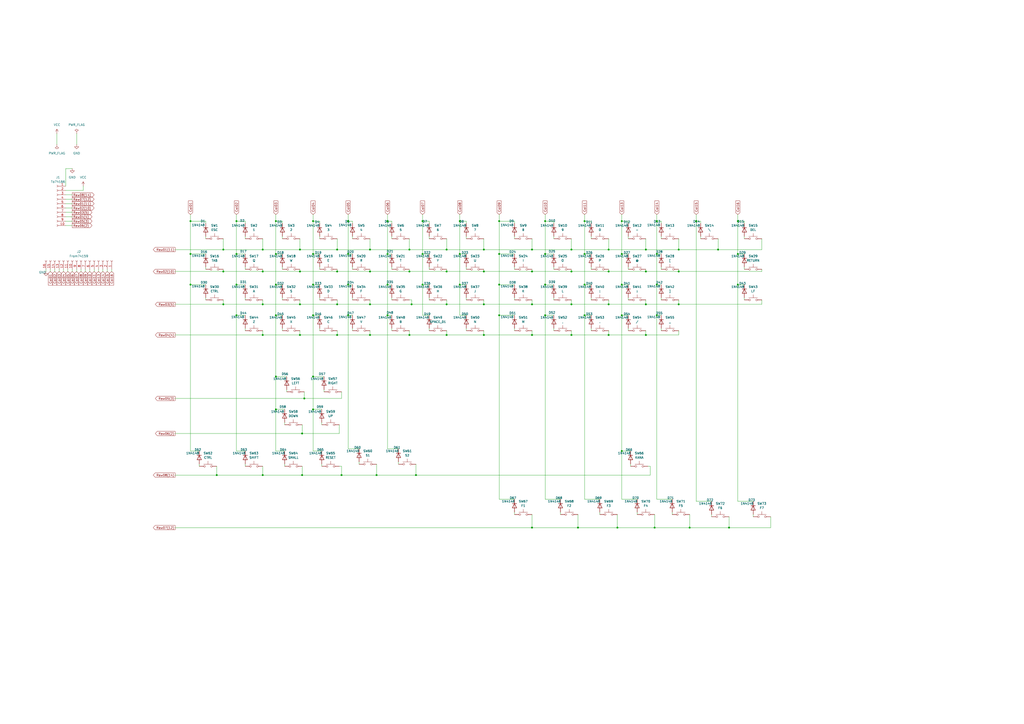
<source format=kicad_sch>
(kicad_sch (version 20231120) (generator "eeschema") (generator_version "8.0")
  (paper "A2")
  (lib_symbols
    (symbol "Connector:Conn_01x10_Socket" (pin_names (offset 1.016) hide)
      (property "Reference" "J" (at 0 12.7 0))
      (property "Value" "Conn_01x10_Socket" (at 0 -15.24 0))
      (symbol "Conn_01x10_Socket_1_1"
        (pin passive line (at -5.08 10.16 0) (length 3.81) (name "Pin_1") (number "1"))
        (pin passive line (at -5.08 -12.7 0) (length 3.81) (name "Pin_10") (number "10"))
        (pin passive line (at -5.08 7.62 0) (length 3.81) (name "Pin_2") (number "2"))
        (pin passive line (at -5.08 5.08 0) (length 3.81) (name "Pin_3") (number "3"))
        (pin passive line (at -5.08 2.54 0) (length 3.81) (name "Pin_4") (number "4"))
        (pin passive line (at -5.08 0 0) (length 3.81) (name "Pin_5") (number "5"))
        (pin passive line (at -5.08 -2.54 0) (length 3.81) (name "Pin_6") (number "6"))
        (pin passive line (at -5.08 -5.08 0) (length 3.81) (name "Pin_7") (number "7"))
        (pin passive line (at -5.08 -7.62 0) (length 3.81) (name "Pin_8") (number "8"))
        (pin passive line (at -5.08 -10.16 0) (length 3.81) (name "Pin_9") (number "9"))
      )
    )
    (symbol "Connector:Conn_01x16_Socket" (pin_names (offset 1.016) hide)
      (property "Reference" "J" (at 0 20.32 0))
      (property "Value" "Conn_01x16_Socket" (at 0 -22.86 0))
      (symbol "Conn_01x16_Socket_1_1"
        (pin passive line (at -5.08 17.78 0) (length 3.81) (name "Pin_1") (number "1"))
        (pin passive line (at -5.08 -5.08 0) (length 3.81) (name "Pin_10") (number "10"))
        (pin passive line (at -5.08 -7.62 0) (length 3.81) (name "Pin_11") (number "11"))
        (pin passive line (at -5.08 -10.16 0) (length 3.81) (name "Pin_12") (number "12"))
        (pin passive line (at -5.08 -12.7 0) (length 3.81) (name "Pin_13") (number "13"))
        (pin passive line (at -5.08 -15.24 0) (length 3.81) (name "Pin_14") (number "14"))
        (pin passive line (at -5.08 -17.78 0) (length 3.81) (name "Pin_15") (number "15"))
        (pin passive line (at -5.08 -20.32 0) (length 3.81) (name "Pin_16") (number "16"))
        (pin passive line (at -5.08 15.24 0) (length 3.81) (name "Pin_2") (number "2"))
        (pin passive line (at -5.08 12.7 0) (length 3.81) (name "Pin_3") (number "3"))
        (pin passive line (at -5.08 10.16 0) (length 3.81) (name "Pin_4") (number "4"))
        (pin passive line (at -5.08 7.62 0) (length 3.81) (name "Pin_5") (number "5"))
        (pin passive line (at -5.08 5.08 0) (length 3.81) (name "Pin_6") (number "6"))
        (pin passive line (at -5.08 2.54 0) (length 3.81) (name "Pin_7") (number "7"))
        (pin passive line (at -5.08 0 0) (length 3.81) (name "Pin_8") (number "8"))
        (pin passive line (at -5.08 -2.54 0) (length 3.81) (name "Pin_9") (number "9"))
      )
    )
    (symbol "Diode:1N4148" (pin_numbers hide) (pin_names hide)
      (property "Reference" "D" (at 0 2.54 0))
      (property "Value" "1N4148" (at 0 -2.54 0))
      (symbol "1N4148_1_1"
        (pin passive line (at -3.81 0 0) (length 2.54) (name "K") (number "1"))
        (pin passive line (at 3.81 0 180) (length 2.54) (name "A") (number "2"))
      )
    )
    (symbol "Switch:SW_Push" (pin_numbers hide) (pin_names (offset 1.016) hide)
      (property "Reference" "SW" (at 1.27 2.54 0))
      (property "Value" "SW_Push" (at 0 -1.524 0))
      (symbol "SW_Push_0_1"
        (pin passive line (at -5.08 0 0) (length 2.54) (name "1") (number "1"))
        (pin passive line (at 5.08 0 180) (length 2.54) (name "2") (number "2"))
      )
    )
    (symbol "power:GND" (power) (pin_numbers hide) (pin_names (offset 0) hide)
      (property "Value" "GND" (at 0 -3.81 0))
      (symbol "GND_1_1"
        (pin power_in line (at 0 0 270) (length 0) (name "~") (number "1"))
      )
    )
    (symbol "power:PWR_FLAG" (power) (pin_numbers hide) (pin_names (offset 0) hide)
      (property "Value" "PWR_FLAG" (at 0 3.81 0))
      (symbol "PWR_FLAG_0_0"
        (pin power_out line (at 0 0 90) (length 0) (name "~") (number "1"))
      )
    )
    (symbol "power:VCC" (power) (pin_numbers hide) (pin_names (offset 0) hide)
      (property "Value" "VCC" (at 0 3.556 0))
      (symbol "VCC_1_1"
        (pin power_in line (at 0 0 90) (length 0) (name "~") (number "1"))
      )
    )
  )
  (junction (at 245.11 147.32))
  (junction (at 266.7 165.1))
  (junction (at 224.79 128.27))
  (junction (at 137.16 165.1))
  (junction (at 152.4 157.48))
  (junction (at 214.63 144.78))
  (junction (at 427.99 165.1))
  (junction (at 201.93 128.27))
  (junction (at 181.61 182.88))
  (junction (at 173.99 157.48))
  (junction (at 175.26 275.59))
  (junction (at 374.65 144.78))
  (junction (at 110.49 128.27))
  (junction (at 195.58 194.31))
  (junction (at 241.3 275.59))
  (junction (at 195.58 157.48))
  (junction (at 125.73 275.59))
  (junction (at 308.61 157.48))
  (junction (at 224.79 182.88))
  (junction (at 259.08 176.53))
  (junction (at 152.4 176.53))
  (junction (at 160.02 128.27))
  (junction (at 289.56 147.32))
  (junction (at 173.99 194.31))
  (junction (at 224.79 165.1))
  (junction (at 176.53 231.14))
  (junction (at 316.23 182.88))
  (junction (at 173.99 176.53))
  (junction (at 379.73 306.07))
  (junction (at 152.4 144.78))
  (junction (at 393.7 144.78))
  (junction (at 160.02 182.88))
  (junction (at 214.63 194.31))
  (junction (at 360.68 182.88))
  (junction (at 374.65 157.48))
  (junction (at 339.09 147.32))
  (junction (at 308.61 306.07))
  (junction (at 181.61 218.44))
  (junction (at 129.54 144.78))
  (junction (at 280.67 144.78))
  (junction (at 400.05 306.07))
  (junction (at 308.61 176.53))
  (junction (at 339.09 165.1))
  (junction (at 237.49 144.78))
  (junction (at 316.23 128.27))
  (junction (at 308.61 144.78))
  (junction (at 259.08 157.48))
  (junction (at 308.61 194.31))
  (junction (at 316.23 165.1))
  (junction (at 360.68 147.32))
  (junction (at 129.54 157.48))
  (junction (at 181.61 165.1))
  (junction (at 201.93 182.88))
  (junction (at 110.49 165.1))
  (junction (at 160.02 165.1))
  (junction (at 427.99 147.32))
  (junction (at 416.56 144.78))
  (junction (at 214.63 157.48))
  (junction (at 259.08 194.31))
  (junction (at 339.09 128.27))
  (junction (at 152.4 194.31))
  (junction (at 374.65 194.31))
  (junction (at 266.7 128.27))
  (junction (at 316.23 147.32))
  (junction (at 353.06 194.31))
  (junction (at 289.56 182.88))
  (junction (at 245.11 165.1))
  (junction (at 224.79 147.32))
  (junction (at 245.11 128.27))
  (junction (at 331.47 144.78))
  (junction (at 335.28 306.07))
  (junction (at 280.67 176.53))
  (junction (at 175.26 251.46))
  (junction (at 289.56 165.1))
  (junction (at 280.67 194.31))
  (junction (at 237.49 194.31))
  (junction (at 181.61 128.27))
  (junction (at 195.58 144.78))
  (junction (at 137.16 147.32))
  (junction (at 160.02 237.49))
  (junction (at 353.06 176.53))
  (junction (at 201.93 147.32))
  (junction (at 218.44 275.59))
  (junction (at 381 165.1))
  (junction (at 198.12 275.59))
  (junction (at 137.16 128.27))
  (junction (at 129.54 176.53))
  (junction (at 280.67 157.48))
  (junction (at 289.56 128.27))
  (junction (at 403.86 128.27))
  (junction (at 353.06 144.78))
  (junction (at 339.09 182.88))
  (junction (at 214.63 176.53))
  (junction (at 137.16 182.88))
  (junction (at 266.7 147.32))
  (junction (at 331.47 157.48))
  (junction (at 237.49 157.48))
  (junction (at 173.99 144.78))
  (junction (at 360.68 261.62))
  (junction (at 181.61 237.49))
  (junction (at 160.02 147.32))
  (junction (at 195.58 176.53))
  (junction (at 201.93 165.1))
  (junction (at 353.06 157.48))
  (junction (at 393.7 157.48))
  (junction (at 422.91 306.07))
  (junction (at 259.08 144.78))
  (junction (at 331.47 176.53))
  (junction (at 331.47 194.31))
  (junction (at 360.68 165.1))
  (junction (at 393.7 176.53))
  (junction (at 381 128.27))
  (junction (at 381 182.88))
  (junction (at 152.4 275.59))
  (junction (at 381 147.32))
  (junction (at 360.68 128.27))
  (junction (at 110.49 147.32))
  (junction (at 181.61 147.32))
  (junction (at 160.02 218.44))
  (junction (at 238.76 176.53))
  (junction (at 427.99 128.27))
  (junction (at 374.65 176.53))
  (junction (at 358.14 306.07))
  (wire (pts (xy 245.11 165.1) (xy 248.92 165.1)))
  (wire (pts (xy 214.63 144.78) (xy 237.49 144.78)))
  (wire (pts (xy 38.1 107.95) (xy 38.1 97.79)))
  (wire (pts (xy 119.38 154.94) (xy 119.38 156.21)))
  (wire (pts (xy 119.38 137.16) (xy 119.38 138.43)))
  (wire (pts (xy 160.02 237.49) (xy 160.02 261.62)))
  (wire (pts (xy 298.45 172.72) (xy 298.45 173.99)))
  (wire (pts (xy 59.69 156.21) (xy 59.69 157.48)))
  (wire (pts (xy 447.04 299.72) (xy 447.04 306.07)))
  (wire (pts (xy 381 165.1) (xy 383.54 165.1)))
  (wire (pts (xy 316.23 124.46) (xy 316.23 128.27)))
  (wire (pts (xy 125.73 275.59) (xy 152.4 275.59)))
  (wire (pts (xy 331.47 194.31) (xy 353.06 194.31)))
  (wire (pts (xy 214.63 176.53) (xy 238.76 176.53)))
  (wire (pts (xy 137.16 147.32) (xy 142.24 147.32)))
  (wire (pts (xy 195.58 176.53) (xy 214.63 176.53)))
  (wire (pts (xy 119.38 128.27) (xy 110.49 128.27)))
  (wire (pts (xy 335.28 306.07) (xy 308.61 306.07)))
  (wire (pts (xy 237.49 191.77) (xy 237.49 194.31)))
  (wire (pts (xy 185.42 137.16) (xy 185.42 138.43)))
  (wire (pts (xy 321.31 128.27) (xy 321.31 129.54)))
  (wire (pts (xy 38.1 120.65) (xy 41.91 120.65)))
  (wire (pts (xy 39.37 156.21) (xy 39.37 157.48)))
  (wire (pts (xy 110.49 261.62) (xy 115.57 261.62)))
  (wire (pts (xy 403.86 124.46) (xy 403.86 128.27)))
  (wire (pts (xy 381 182.88) (xy 381 289.56)))
  (wire (pts (xy 173.99 191.77) (xy 173.99 194.31)))
  (wire (pts (xy 214.63 191.77) (xy 214.63 194.31)))
  (wire (pts (xy 331.47 157.48) (xy 353.06 157.48)))
  (wire (pts (xy 393.7 138.43) (xy 393.7 144.78)))
  (wire (pts (xy 142.24 269.24) (xy 142.24 270.51)))
  (wire (pts (xy 289.56 147.32) (xy 289.56 165.1)))
  (wire (pts (xy 270.51 137.16) (xy 270.51 138.43)))
  (wire (pts (xy 208.28 267.97) (xy 208.28 269.24)))
  (wire (pts (xy 129.54 157.48) (xy 152.4 157.48)))
  (wire (pts (xy 259.08 194.31) (xy 280.67 194.31)))
  (wire (pts (xy 353.06 144.78) (xy 374.65 144.78)))
  (wire (pts (xy 259.08 144.78) (xy 280.67 144.78)))
  (wire (pts (xy 298.45 128.27) (xy 289.56 128.27)))
  (wire (pts (xy 427.99 147.32) (xy 427.99 165.1)))
  (wire (pts (xy 163.83 190.5) (xy 163.83 191.77)))
  (wire (pts (xy 204.47 190.5) (xy 204.47 191.77)))
  (wire (pts (xy 280.67 173.99) (xy 280.67 176.53)))
  (wire (pts (xy 241.3 275.59) (xy 377.19 275.59)))
  (wire (pts (xy 245.11 182.88) (xy 248.92 182.88)))
  (wire (pts (xy 339.09 182.88) (xy 342.9 182.88)))
  (wire (pts (xy 270.51 128.27) (xy 270.51 129.54)))
  (wire (pts (xy 173.99 157.48) (xy 173.99 156.21)))
  (wire (pts (xy 377.19 270.51) (xy 375.92 270.51)))
  (wire (pts (xy 360.68 289.56) (xy 369.57 289.56)))
  (wire (pts (xy 38.1 123.19) (xy 41.91 123.19)))
  (wire (pts (xy 358.14 298.45) (xy 358.14 306.07)))
  (wire (pts (xy 137.16 182.88) (xy 142.24 182.88)))
  (wire (pts (xy 195.58 144.78) (xy 214.63 144.78)))
  (wire (pts (xy 119.38 172.72) (xy 119.38 173.99)))
  (wire (pts (xy 316.23 182.88) (xy 321.31 182.88)))
  (wire (pts (xy 46.99 156.21) (xy 46.99 157.48)))
  (wire (pts (xy 204.47 172.72) (xy 204.47 173.99)))
  (wire (pts (xy 308.61 138.43) (xy 308.61 144.78)))
  (wire (pts (xy 181.61 165.1) (xy 185.42 165.1)))
  (wire (pts (xy 218.44 275.59) (xy 241.3 275.59)))
  (wire (pts (xy 331.47 173.99) (xy 331.47 176.53)))
  (wire (pts (xy 289.56 128.27) (xy 289.56 147.32)))
  (wire (pts (xy 201.93 260.35) (xy 208.28 260.35)))
  (wire (pts (xy 165.1 245.11) (xy 165.1 246.38)))
  (wire (pts (xy 360.68 261.62) (xy 365.76 261.62)))
  (wire (pts (xy 224.79 260.35) (xy 231.14 260.35)))
  (wire (pts (xy 38.1 115.57) (xy 41.91 115.57)))
  (wire (pts (xy 152.4 194.31) (xy 173.99 194.31)))
  (wire (pts (xy 342.9 128.27) (xy 339.09 128.27)))
  (wire (pts (xy 142.24 128.27) (xy 137.16 128.27)))
  (wire (pts (xy 110.49 147.32) (xy 119.38 147.32)))
  (wire (pts (xy 163.83 137.16) (xy 163.83 138.43)))
  (wire (pts (xy 238.76 173.99) (xy 238.76 176.53)))
  (wire (pts (xy 431.8 172.72) (xy 431.8 173.99)))
  (wire (pts (xy 224.79 147.32) (xy 227.33 147.32)))
  (wire (pts (xy 342.9 137.16) (xy 342.9 138.43)))
  (wire (pts (xy 54.61 156.21) (xy 54.61 157.48)))
  (wire (pts (xy 204.47 154.94) (xy 204.47 156.21)))
  (wire (pts (xy 321.31 154.94) (xy 321.31 156.21)))
  (wire (pts (xy 163.83 154.94) (xy 163.83 156.21)))
  (wire (pts (xy 379.73 298.45) (xy 379.73 306.07)))
  (wire (pts (xy 214.63 156.21) (xy 214.63 157.48)))
  (wire (pts (xy 38.1 128.27) (xy 41.91 128.27)))
  (wire (pts (xy 26.67 156.21) (xy 26.67 157.48)))
  (wire (pts (xy 280.67 157.48) (xy 308.61 157.48)))
  (wire (pts (xy 137.16 182.88) (xy 137.16 261.62)))
  (wire (pts (xy 175.26 246.38) (xy 175.26 251.46)))
  (wire (pts (xy 152.4 157.48) (xy 173.99 157.48)))
  (wire (pts (xy 280.67 157.48) (xy 280.67 156.21)))
  (wire (pts (xy 201.93 124.46) (xy 201.93 128.27)))
  (wire (pts (xy 316.23 289.56) (xy 325.12 289.56)))
  (wire (pts (xy 416.56 144.78) (xy 441.96 144.78)))
  (wire (pts (xy 181.61 218.44) (xy 181.61 237.49)))
  (wire (pts (xy 152.4 275.59) (xy 152.4 270.51)))
  (wire (pts (xy 115.57 269.24) (xy 115.57 270.51)))
  (wire (pts (xy 175.26 270.51) (xy 175.26 275.59)))
  (wire (pts (xy 427.99 290.83) (xy 436.88 290.83)))
  (wire (pts (xy 393.7 157.48) (xy 374.65 157.48)))
  (wire (pts (xy 431.8 137.16) (xy 431.8 138.43)))
  (wire (pts (xy 237.49 144.78) (xy 259.08 144.78)))
  (wire (pts (xy 181.61 261.62) (xy 186.69 261.62)))
  (wire (pts (xy 152.4 176.53) (xy 173.99 176.53)))
  (wire (pts (xy 201.93 147.32) (xy 204.47 147.32)))
  (wire (pts (xy 44.45 156.21) (xy 44.45 157.48)))
  (wire (pts (xy 436.88 298.45) (xy 436.88 299.72)))
  (wire (pts (xy 224.79 182.88) (xy 224.79 260.35)))
  (wire (pts (xy 198.12 275.59) (xy 218.44 275.59)))
  (wire (pts (xy 427.99 128.27) (xy 427.99 147.32)))
  (wire (pts (xy 195.58 173.99) (xy 195.58 176.53)))
  (wire (pts (xy 353.06 138.43) (xy 353.06 144.78)))
  (wire (pts (xy 248.92 129.54) (xy 248.92 128.27)))
  (wire (pts (xy 185.42 128.27) (xy 185.42 129.54)))
  (wire (pts (xy 224.79 128.27) (xy 224.79 147.32)))
  (wire (pts (xy 214.63 173.99) (xy 214.63 176.53)))
  (wire (pts (xy 383.54 137.16) (xy 383.54 138.43)))
  (wire (pts (xy 181.61 182.88) (xy 181.61 218.44)))
  (wire (pts (xy 129.54 156.21) (xy 129.54 157.48)))
  (wire (pts (xy 339.09 182.88) (xy 339.09 289.56)))
  (wire (pts (xy 152.4 157.48) (xy 152.4 156.21)))
  (wire (pts (xy 137.16 147.32) (xy 137.16 165.1)))
  (wire (pts (xy 412.75 298.45) (xy 412.75 299.72)))
  (wire (pts (xy 374.65 191.77) (xy 374.65 194.31)))
  (wire (pts (xy 316.23 182.88) (xy 316.23 289.56)))
  (wire (pts (xy 160.02 165.1) (xy 163.83 165.1)))
  (wire (pts (xy 331.47 176.53) (xy 353.06 176.53)))
  (wire (pts (xy 165.1 269.24) (xy 165.1 270.51)))
  (wire (pts (xy 364.49 128.27) (xy 364.49 129.54)))
  (wire (pts (xy 259.08 191.77) (xy 259.08 194.31)))
  (wire (pts (xy 441.96 157.48) (xy 441.96 156.21)))
  (wire (pts (xy 185.42 172.72) (xy 185.42 173.99)))
  (wire (pts (xy 298.45 137.16) (xy 298.45 138.43)))
  (wire (pts (xy 360.68 165.1) (xy 364.49 165.1)))
  (wire (pts (xy 160.02 182.88) (xy 163.83 182.88)))
  (wire (pts (xy 377.19 275.59) (xy 377.19 270.51)))
  (wire (pts (xy 181.61 237.49) (xy 181.61 261.62)))
  (wire (pts (xy 64.77 156.21) (xy 64.77 157.48)))
  (wire (pts (xy 335.28 298.45) (xy 335.28 306.07)))
  (wire (pts (xy 289.56 165.1) (xy 298.45 165.1)))
  (wire (pts (xy 321.31 128.27) (xy 316.23 128.27)))
  (wire (pts (xy 129.54 176.53) (xy 152.4 176.53)))
  (wire (pts (xy 289.56 165.1) (xy 289.56 182.88)))
  (wire (pts (xy 339.09 147.32) (xy 339.09 165.1)))
  (wire (pts (xy 365.76 269.24) (xy 365.76 270.51)))
  (wire (pts (xy 195.58 157.48) (xy 195.58 156.21)))
  (wire (pts (xy 38.1 110.49) (xy 48.26 110.49)))
  (wire (pts (xy 227.33 172.72) (xy 227.33 173.99)))
  (wire (pts (xy 237.49 157.48) (xy 259.08 157.48)))
  (wire (pts (xy 181.61 218.44) (xy 187.96 218.44)))
  (wire (pts (xy 186.69 245.11) (xy 186.69 246.38)))
  (wire (pts (xy 289.56 182.88) (xy 298.45 182.88)))
  (wire (pts (xy 360.68 182.88) (xy 360.68 165.1)))
  (wire (pts (xy 152.4 138.43) (xy 152.4 144.78)))
  (wire (pts (xy 57.15 156.21) (xy 57.15 157.48)))
  (wire (pts (xy 331.47 191.77) (xy 331.47 194.31)))
  (wire (pts (xy 142.24 137.16) (xy 142.24 138.43)))
  (wire (pts (xy 266.7 165.1) (xy 266.7 182.88)))
  (wire (pts (xy 364.49 182.88) (xy 360.68 182.88)))
  (wire (pts (xy 245.11 165.1) (xy 245.11 182.88)))
  (wire (pts (xy 360.68 261.62) (xy 360.68 289.56)))
  (wire (pts (xy 374.65 173.99) (xy 374.65 176.53)))
  (wire (pts (xy 173.99 176.53) (xy 195.58 176.53)))
  (wire (pts (xy 383.54 128.27) (xy 381 128.27)))
  (wire (pts (xy 342.9 172.72) (xy 342.9 173.99)))
  (wire (pts (xy 266.7 128.27) (xy 266.7 147.32)))
  (wire (pts (xy 110.49 128.27) (xy 110.49 147.32)))
  (wire (pts (xy 270.51 190.5) (xy 270.51 191.77)))
  (wire (pts (xy 383.54 154.94) (xy 383.54 156.21)))
  (wire (pts (xy 181.61 237.49) (xy 186.69 237.49)))
  (wire (pts (xy 259.08 157.48) (xy 280.67 157.48)))
  (wire (pts (xy 308.61 194.31) (xy 331.47 194.31)))
  (wire (pts (xy 280.67 144.78) (xy 308.61 144.78)))
  (wire (pts (xy 185.42 190.5) (xy 185.42 191.77)))
  (wire (pts (xy 400.05 306.07) (xy 379.73 306.07)))
  (wire (pts (xy 248.92 154.94) (xy 248.92 156.21)))
  (wire (pts (xy 187.96 226.06) (xy 187.96 227.33)))
  (wire (pts (xy 245.11 124.46) (xy 245.11 128.27)))
  (wire (pts (xy 321.31 137.16) (xy 321.31 138.43)))
  (wire (pts (xy 160.02 165.1) (xy 160.02 182.88)))
  (wire (pts (xy 195.58 191.77) (xy 195.58 194.31)))
  (wire (pts (xy 280.67 144.78) (xy 280.67 138.43)))
  (wire (pts (xy 201.93 165.1) (xy 204.47 165.1)))
  (wire (pts (xy 38.1 130.81) (xy 41.91 130.81)))
  (wire (pts (xy 353.06 191.77) (xy 353.06 194.31)))
  (wire (pts (xy 342.9 128.27) (xy 342.9 129.54)))
  (wire (pts (xy 137.16 261.62) (xy 142.24 261.62)))
  (wire (pts (xy 137.16 165.1) (xy 137.16 182.88)))
  (wire (pts (xy 374.65 144.78) (xy 393.7 144.78)))
  (wire (pts (xy 227.33 137.16) (xy 227.33 138.43)))
  (wire (pts (xy 331.47 157.48) (xy 331.47 156.21)))
  (wire (pts (xy 393.7 176.53) (xy 441.96 176.53)))
  (wire (pts (xy 110.49 124.46) (xy 110.49 128.27)))
  (wire (pts (xy 160.02 128.27) (xy 160.02 147.32)))
  (wire (pts (xy 289.56 124.46) (xy 289.56 128.27)))
  (wire (pts (xy 142.24 154.94) (xy 142.24 156.21)))
  (wire (pts (xy 201.93 147.32) (xy 201.93 165.1)))
  (wire (pts (xy 403.86 128.27) (xy 403.86 290.83)))
  (wire (pts (xy 374.65 138.43) (xy 374.65 144.78)))
  (wire (pts (xy 224.79 165.1) (xy 224.79 182.88)))
  (wire (pts (xy 160.02 124.46) (xy 160.02 128.27)))
  (wire (pts (xy 160.02 147.32) (xy 163.83 147.32)))
  (wire (pts (xy 266.7 147.32) (xy 266.7 165.1)))
  (wire (pts (xy 101.6 144.78) (xy 129.54 144.78)))
  (wire (pts (xy 125.73 270.51) (xy 125.73 275.59)))
  (wire (pts (xy 427.99 147.32) (xy 431.8 147.32)))
  (wire (pts (xy 308.61 157.48) (xy 331.47 157.48)))
  (wire (pts (xy 48.26 110.49) (xy 48.26 107.95)))
  (wire (pts (xy 298.45 154.94) (xy 298.45 156.21)))
  (wire (pts (xy 339.09 165.1) (xy 342.9 165.1)))
  (wire (pts (xy 259.08 176.53) (xy 280.67 176.53)))
  (wire (pts (xy 308.61 176.53) (xy 331.47 176.53)))
  (wire (pts (xy 49.53 156.21) (xy 49.53 157.48)))
  (wire (pts (xy 38.1 113.03) (xy 41.91 113.03)))
  (wire (pts (xy 110.49 165.1) (xy 110.49 261.62)))
  (wire (pts (xy 406.4 128.27) (xy 406.4 129.54)))
  (wire (pts (xy 441.96 144.78) (xy 441.96 138.43)))
  (wire (pts (xy 381 165.1) (xy 381 182.88)))
  (wire (pts (xy 34.29 156.21) (xy 34.29 157.48)))
  (wire (pts (xy 142.24 190.5) (xy 142.24 191.77)))
  (wire (pts (xy 374.65 194.31) (xy 393.7 194.31)))
  (wire (pts (xy 160.02 218.44) (xy 166.37 218.44)))
  (wire (pts (xy 427.99 165.1) (xy 427.99 290.83)))
  (wire (pts (xy 196.85 270.51) (xy 198.12 270.51)))
  (wire (pts (xy 163.83 128.27) (xy 163.83 129.54)))
  (wire (pts (xy 175.26 275.59) (xy 198.12 275.59)))
  (wire (pts (xy 227.33 128.27) (xy 227.33 129.54)))
  (wire (pts (xy 237.49 138.43) (xy 237.49 144.78)))
  (wire (pts (xy 176.53 231.14) (xy 198.12 231.14)))
  (wire (pts (xy 321.31 172.72) (xy 321.31 173.99)))
  (wire (pts (xy 248.92 190.5) (xy 248.92 191.77)))
  (wire (pts (xy 101.6 306.07) (xy 308.61 306.07)))
  (wire (pts (xy 360.68 128.27) (xy 364.49 128.27)))
  (wire (pts (xy 204.47 137.16) (xy 204.47 138.43)))
  (wire (pts (xy 152.4 191.77) (xy 152.4 194.31)))
  (wire (pts (xy 342.9 190.5) (xy 342.9 191.77)))
  (wire (pts (xy 347.98 297.18) (xy 347.98 298.45)))
  (wire (pts (xy 245.11 147.32) (xy 245.11 165.1)))
  (wire (pts (xy 431.8 128.27) (xy 431.8 129.54)))
  (wire (pts (xy 381 182.88) (xy 383.54 182.88)))
  (wire (pts (xy 152.4 144.78) (xy 173.99 144.78)))
  (wire (pts (xy 298.45 129.54) (xy 298.45 128.27)))
  (wire (pts (xy 383.54 128.27) (xy 383.54 129.54)))
  (wire (pts (xy 381 128.27) (xy 381 147.32)))
  (wire (pts (xy 353.06 173.99) (xy 353.06 176.53)))
  (wire (pts (xy 393.7 144.78) (xy 416.56 144.78)))
  (wire (pts (xy 160.02 218.44) (xy 160.02 237.49)))
  (wire (pts (xy 364.49 190.5) (xy 364.49 191.77)))
  (wire (pts (xy 181.61 147.32) (xy 185.42 147.32)))
  (wire (pts (xy 38.1 97.79) (xy 41.91 97.79)))
  (wire (pts (xy 383.54 172.72) (xy 383.54 173.99)))
  (wire (pts (xy 289.56 289.56) (xy 298.45 289.56)))
  (wire (pts (xy 441.96 173.99) (xy 441.96 176.53)))
  (wire (pts (xy 342.9 154.94) (xy 342.9 156.21)))
  (wire (pts (xy 181.61 165.1) (xy 181.61 147.32)))
  (wire (pts (xy 374.65 157.48) (xy 374.65 156.21)))
  (wire (pts (xy 308.61 173.99) (xy 308.61 176.53)))
  (wire (pts (xy 360.68 147.32) (xy 360.68 128.27)))
  (wire (pts (xy 175.26 251.46) (xy 196.85 251.46)))
  (wire (pts (xy 406.4 137.16) (xy 406.4 138.43)))
  (wire (pts (xy 248.92 128.27) (xy 245.11 128.27)))
  (wire (pts (xy 422.91 299.72) (xy 422.91 306.07)))
  (wire (pts (xy 214.63 157.48) (xy 237.49 157.48)))
  (wire (pts (xy 101.6 176.53) (xy 129.54 176.53)))
  (wire (pts (xy 196.85 246.38) (xy 196.85 251.46)))
  (wire (pts (xy 406.4 128.27) (xy 403.86 128.27)))
  (wire (pts (xy 142.24 172.72) (xy 142.24 173.99)))
  (wire (pts (xy 173.99 173.99) (xy 173.99 176.53)))
  (wire (pts (xy 214.63 138.43) (xy 214.63 144.78)))
  (wire (pts (xy 176.53 231.14) (xy 176.53 227.33)))
  (wire (pts (xy 33.02 77.47) (xy 33.02 83.82)))
  (wire (pts (xy 173.99 138.43) (xy 173.99 144.78)))
  (wire (pts (xy 181.61 128.27) (xy 185.42 128.27)))
  (wire (pts (xy 427.99 124.46) (xy 427.99 128.27)))
  (wire (pts (xy 195.58 194.31) (xy 214.63 194.31)))
  (wire (pts (xy 381 124.46) (xy 381 128.27)))
  (wire (pts (xy 38.1 118.11) (xy 41.91 118.11)))
  (wire (pts (xy 308.61 306.07) (xy 308.61 298.45)))
  (wire (pts (xy 175.26 275.59) (xy 152.4 275.59)))
  (wire (pts (xy 379.73 306.07) (xy 358.14 306.07)))
  (wire (pts (xy 201.93 165.1) (xy 201.93 182.88)))
  (wire (pts (xy 231.14 267.97) (xy 231.14 269.24)))
  (wire (pts (xy 101.6 275.59) (xy 125.73 275.59)))
  (wire (pts (xy 389.89 297.18) (xy 389.89 298.45)))
  (wire (pts (xy 266.7 165.1) (xy 270.51 165.1)))
  (wire (pts (xy 36.83 156.21) (xy 36.83 157.48)))
  (wire (pts (xy 41.91 156.21) (xy 41.91 157.48)))
  (wire (pts (xy 160.02 237.49) (xy 165.1 237.49)))
  (wire (pts (xy 204.47 128.27) (xy 204.47 129.54)))
  (wire (pts (xy 214.63 194.31) (xy 237.49 194.31)))
  (wire (pts (xy 308.61 156.21) (xy 308.61 157.48)))
  (wire (pts (xy 198.12 231.14) (xy 198.12 227.33)))
  (wire (pts (xy 266.7 124.46) (xy 266.7 128.27)))
  (wire (pts (xy 447.04 306.07) (xy 422.91 306.07)))
  (wire (pts (xy 248.92 172.72) (xy 248.92 173.99)))
  (wire (pts (xy 195.58 138.43) (xy 195.58 144.78)))
  (wire (pts (xy 186.69 269.24) (xy 186.69 270.51)))
  (wire (pts (xy 298.45 190.5) (xy 298.45 191.77)))
  (wire (pts (xy 173.99 144.78) (xy 195.58 144.78)))
  (wire (pts (xy 316.23 147.32) (xy 321.31 147.32)))
  (wire (pts (xy 364.49 137.16) (xy 364.49 138.43)))
  (wire (pts (xy 201.93 182.88) (xy 204.47 182.88)))
  (wire (pts (xy 331.47 138.43) (xy 331.47 144.78)))
  (wire (pts (xy 101.6 194.31) (xy 152.4 194.31)))
  (wire (pts (xy 403.86 290.83) (xy 412.75 290.83)))
  (wire (pts (xy 101.6 157.48) (xy 129.54 157.48)))
  (wire (pts (xy 245.11 128.27) (xy 245.11 147.32)))
  (wire (pts (xy 259.08 157.48) (xy 259.08 156.21)))
  (wire (pts (xy 353.06 194.31) (xy 374.65 194.31)))
  (wire (pts (xy 129.54 173.99) (xy 129.54 176.53)))
  (wire (pts (xy 427.99 165.1) (xy 431.8 165.1)))
  (wire (pts (xy 339.09 147.32) (xy 342.9 147.32)))
  (wire (pts (xy 129.54 138.43) (xy 129.54 144.78)))
  (wire (pts (xy 280.67 194.31) (xy 308.61 194.31)))
  (wire (pts (xy 38.1 125.73) (xy 41.91 125.73)))
  (wire (pts (xy 185.42 154.94) (xy 185.42 156.21)))
  (wire (pts (xy 316.23 147.32) (xy 316.23 165.1)))
  (wire (pts (xy 218.44 269.24) (xy 218.44 275.59)))
  (wire (pts (xy 416.56 138.43) (xy 416.56 144.78)))
  (wire (pts (xy 381 147.32) (xy 383.54 147.32)))
  (wire (pts (xy 289.56 147.32) (xy 298.45 147.32)))
  (wire (pts (xy 308.61 144.78) (xy 331.47 144.78)))
  (wire (pts (xy 185.42 182.88) (xy 181.61 182.88)))
  (wire (pts (xy 374.65 176.53) (xy 393.7 176.53)))
  (wire (pts (xy 227.33 128.27) (xy 224.79 128.27)))
  (wire (pts (xy 227.33 190.5) (xy 227.33 191.77)))
  (wire (pts (xy 237.49 194.31) (xy 259.08 194.31)))
  (wire (pts (xy 137.16 128.27) (xy 137.16 147.32)))
  (wire (pts (xy 381 289.56) (xy 389.89 289.56)))
  (wire (pts (xy 119.38 129.54) (xy 119.38 128.27)))
  (wire (pts (xy 360.68 147.32) (xy 364.49 147.32)))
  (wire (pts (xy 289.56 182.88) (xy 289.56 289.56)))
  (wire (pts (xy 204.47 128.27) (xy 201.93 128.27)))
  (wire (pts (xy 422.91 306.07) (xy 400.05 306.07)))
  (wire (pts (xy 339.09 128.27) (xy 339.09 147.32)))
  (wire (pts (xy 237.49 156.21) (xy 237.49 157.48)))
  (wire (pts (xy 360.68 124.46) (xy 360.68 128.27)))
  (wire (pts (xy 137.16 124.46) (xy 137.16 128.27)))
  (wire (pts (xy 110.49 165.1) (xy 119.38 165.1)))
  (wire (pts (xy 259.08 173.99) (xy 259.08 176.53)))
  (wire (pts (xy 360.68 165.1) (xy 360.68 147.32)))
  (wire (pts (xy 201.93 128.27) (xy 201.93 147.32)))
  (wire (pts (xy 248.92 137.16) (xy 248.92 138.43)))
  (wire (pts (xy 224.79 165.1) (xy 227.33 165.1)))
  (wire (pts (xy 381 147.32) (xy 381 165.1)))
  (wire (pts (xy 224.79 124.46) (xy 224.79 128.27)))
  (wire (pts (xy 358.14 306.07) (xy 335.28 306.07)))
  (wire (pts (xy 137.16 165.1) (xy 142.24 165.1)))
  (wire (pts (xy 29.21 156.21) (xy 29.21 157.48)))
  (wire (pts (xy 339.09 165.1) (xy 339.09 182.88)))
  (wire (pts (xy 142.24 128.27) (xy 142.24 129.54)))
  (wire (pts (xy 393.7 157.48) (xy 441.96 157.48)))
  (wire (pts (xy 163.83 172.72) (xy 163.83 173.99)))
  (wire (pts (xy 173.99 194.31) (xy 195.58 194.31)))
  (wire (pts (xy 270.51 128.27) (xy 266.7 128.27)))
  (wire (pts (xy 181.61 147.32) (xy 181.61 128.27)))
  (wire (pts (xy 400.05 298.45) (xy 400.05 306.07)))
  (wire (pts (xy 353.06 176.53) (xy 374.65 176.53)))
  (wire (pts (xy 181.61 182.88) (xy 181.61 165.1)))
  (wire (pts (xy 383.54 190.5) (xy 383.54 191.77)))
  (wire (pts (xy 316.23 165.1) (xy 316.23 182.88)))
  (wire (pts (xy 152.4 173.99) (xy 152.4 176.53)))
  (wire (pts (xy 298.45 297.18) (xy 298.45 298.45)))
  (wire (pts (xy 270.51 172.72) (xy 270.51 173.99)))
  (wire (pts (xy 224.79 147.32) (xy 224.79 165.1)))
  (wire (pts (xy 259.08 138.43) (xy 259.08 144.78)))
  (wire (pts (xy 62.23 156.21) (xy 62.23 157.48)))
  (wire (pts (xy 198.12 270.51) (xy 198.12 275.59)))
  (wire (pts (xy 52.07 156.21) (xy 52.07 157.48)))
  (wire (pts (xy 308.61 191.77) (xy 308.61 194.31)))
  (wire (pts (xy 245.11 147.32) (xy 248.92 147.32)))
  (wire (pts (xy 316.23 128.27) (xy 316.23 147.32)))
  (wire (pts (xy 353.06 157.48) (xy 353.06 156.21)))
  (wire (pts (xy 214.63 157.48) (xy 195.58 157.48)))
  (wire (pts (xy 316.23 165.1) (xy 321.31 165.1)))
  (wire (pts (xy 339.09 289.56) (xy 347.98 289.56)))
  (wire (pts (xy 364.49 172.72) (xy 364.49 173.99)))
  (wire (pts (xy 280.67 176.53) (xy 308.61 176.53)))
  (wire (pts (xy 160.02 147.32) (xy 160.02 165.1)))
  (wire (pts (xy 393.7 173.99) (xy 393.7 176.53)))
  (wire (pts (xy 393.7 156.21) (xy 393.7 157.48)))
  (wire (pts (xy 110.49 147.32) (xy 110.49 165.1)))
  (wire (pts (xy 237.49 173.99) (xy 238.76 173.99)))
  (wire (pts (xy 431.8 154.94) (xy 431.8 156.21)))
  (wire (pts (xy 331.47 144.78) (xy 353.06 144.78)))
  (wire (pts (xy 166.37 226.06) (xy 166.37 227.33)))
  (wire (pts (xy 175.26 251.46) (xy 101.6 251.46)))
  (wire (pts (xy 181.61 124.46) (xy 181.61 128.27)))
  (wire (pts (xy 353.06 157.48) (xy 374.65 157.48)))
  (wire (pts (xy 44.45 77.47) (xy 44.45 83.82)))
  (wire (pts (xy 280.67 191.77) (xy 280.67 194.31)))
  (wire (pts (xy 201.93 182.88) (xy 201.93 260.35)))
  (wire (pts (xy 129.54 144.78) (xy 152.4 144.78)))
  (wire (pts (xy 227.33 154.94) (xy 227.33 156.21)))
  (wire (pts (xy 238.76 176.53) (xy 259.08 176.53)))
  (wire (pts (xy 160.02 182.88) (xy 160.02 218.44)))
  (wire (pts (xy 393.7 191.77) (xy 393.7 194.31)))
  (wire (pts (xy 101.6 231.14) (xy 176.53 231.14)))
  (wire (pts (xy 224.79 182.88) (xy 227.33 182.88)))
  (wire (pts (xy 266.7 147.32) (xy 270.51 147.32)))
  (wire (pts (xy 270.51 154.94) (xy 270.51 156.21)))
  (wire (pts (xy 431.8 128.27) (xy 427.99 128.27)))
  (wire (pts (xy 31.75 156.21) (xy 31.75 157.48)))
  (wire (pts (xy 360.68 182.88) (xy 360.68 261.62)))
  (wire (pts (xy 241.3 269.24) (xy 241.3 275.59)))
  (wire (pts (xy 369.57 297.18) (xy 369.57 298.45)))
  (wire (pts (xy 321.31 190.5) (xy 321.31 191.77)))
  (wire (pts (xy 163.83 128.27) (xy 160.02 128.27)))
  (wire (pts (xy 266.7 182.88) (xy 270.51 182.88)))
  (wire (pts (xy 339.09 124.46) (xy 339.09 128.27)))
  (wire (pts (xy 325.12 297.18) (xy 325.12 298.45)))
  (wire (pts (xy 160.02 261.62) (xy 165.1 261.62)))
  (wire (pts (xy 364.49 154.94) (xy 364.49 156.21)))
  (wire (pts (xy 173.99 157.48) (xy 195.58 157.48)))
  (global_label "Col06" (shape input) (at 41.91 157.48 270) (property "Intersheetrefs" "${INTERSHEET_REFS}" (effects (hide yes))))
  (global_label "Col03" (shape input) (at 34.29 157.48 270) (property "Intersheetrefs" "${INTERSHEET_REFS}" (effects (hide yes))))
  (global_label "Raw06(2)" (shape output) (at 41.91 130.81 0) (property "Intersheetrefs" "${INTERSHEET_REFS}" (effects (hide yes))))
  (global_label "Col01" (shape input) (at 110.49 124.46 90) (property "Intersheetrefs" "${INTERSHEET_REFS}" (effects (hide yes))))
  (global_label "Col08" (shape input) (at 266.7 124.46 90) (property "Intersheetrefs" "${INTERSHEET_REFS}" (effects (hide yes))))
  (global_label "Raw05(3)" (shape output) (at 101.6 231.14 180) (property "Intersheetrefs" "${INTERSHEET_REFS}" (effects (hide yes))))
  (global_label "Raw03(5)" (shape output) (at 41.91 123.19 0) (property "Intersheetrefs" "${INTERSHEET_REFS}" (effects (hide yes))))
  (global_label "Raw07(12)" (shape output) (at 101.6 306.07 180) (property "Intersheetrefs" "${INTERSHEET_REFS}" (effects (hide yes))))
  (global_label "Raw01(11)" (shape output) (at 101.6 144.78 180) (property "Intersheetrefs" "${INTERSHEET_REFS}" (effects (hide yes))))
  (global_label "Col13" (shape input) (at 57.15 157.48 270) (property "Intersheetrefs" "${INTERSHEET_REFS}" (effects (hide yes))))
  (global_label "Col01" (shape input) (at 29.21 157.48 270) (property "Intersheetrefs" "${INTERSHEET_REFS}" (effects (hide yes))))
  (global_label "Col14" (shape input) (at 381 124.46 90) (property "Intersheetrefs" "${INTERSHEET_REFS}" (effects (hide yes))))
  (global_label "Col15" (shape input) (at 62.23 157.48 270) (property "Intersheetrefs" "${INTERSHEET_REFS}" (effects (hide yes))))
  (global_label "Raw02(10)" (shape output) (at 41.91 120.65 0) (property "Intersheetrefs" "${INTERSHEET_REFS}" (effects (hide yes))))
  (global_label "Raw06(2)" (shape output) (at 101.6 251.46 180) (property "Intersheetrefs" "${INTERSHEET_REFS}" (effects (hide yes))))
  (global_label "Col09" (shape input) (at 289.56 124.46 90) (property "Intersheetrefs" "${INTERSHEET_REFS}" (effects (hide yes))))
  (global_label "Col03" (shape input) (at 160.02 124.46 90) (property "Intersheetrefs" "${INTERSHEET_REFS}" (effects (hide yes))))
  (global_label "Col14" (shape input) (at 59.69 157.48 270) (property "Intersheetrefs" "${INTERSHEET_REFS}" (effects (hide yes))))
  (global_label "Raw08(14)" (shape output) (at 41.91 113.03 0) (property "Intersheetrefs" "${INTERSHEET_REFS}" (effects (hide yes))))
  (global_label "Col02" (shape input) (at 137.16 124.46 90) (property "Intersheetrefs" "${INTERSHEET_REFS}" (effects (hide yes))))
  (global_label "Col10" (shape input) (at 52.07 157.48 270) (property "Intersheetrefs" "${INTERSHEET_REFS}" (effects (hide yes))))
  (global_label "Raw04(4)" (shape output) (at 101.6 194.31 180) (property "Intersheetrefs" "${INTERSHEET_REFS}" (effects (hide yes))))
  (global_label "Col06" (shape input) (at 224.79 124.46 90) (property "Intersheetrefs" "${INTERSHEET_REFS}" (effects (hide yes))))
  (global_label "Col07" (shape input) (at 44.45 157.48 270) (property "Intersheetrefs" "${INTERSHEET_REFS}" (effects (hide yes))))
  (global_label "Col15" (shape input) (at 403.86 124.46 90) (property "Intersheetrefs" "${INTERSHEET_REFS}" (effects (hide yes))))
  (global_label "Col05" (shape input) (at 39.37 157.48 270) (property "Intersheetrefs" "${INTERSHEET_REFS}" (effects (hide yes))))
  (global_label "Col13" (shape input) (at 360.68 124.46 90) (property "Intersheetrefs" "${INTERSHEET_REFS}" (effects (hide yes))))
  (global_label "Col05" (shape input) (at 201.93 124.46 90) (property "Intersheetrefs" "${INTERSHEET_REFS}" (effects (hide yes))))
  (global_label "Raw07(12)" (shape output) (at 41.91 115.57 0) (property "Intersheetrefs" "${INTERSHEET_REFS}" (effects (hide yes))))
  (global_label "Raw04(4)" (shape output) (at 41.91 125.73 0) (property "Intersheetrefs" "${INTERSHEET_REFS}" (effects (hide yes))))
  (global_label "Col10" (shape input) (at 316.23 124.46 90) (property "Intersheetrefs" "${INTERSHEET_REFS}" (effects (hide yes))))
  (global_label "Col02" (shape input) (at 31.75 157.48 270) (property "Intersheetrefs" "${INTERSHEET_REFS}" (effects (hide yes))))
  (global_label "Raw08(14)" (shape output) (at 101.6 275.59 180) (property "Intersheetrefs" "${INTERSHEET_REFS}" (effects (hide yes))))
  (global_label "Col04" (shape input) (at 36.83 157.48 270) (property "Intersheetrefs" "${INTERSHEET_REFS}" (effects (hide yes))))
  (global_label "Col04" (shape input) (at 181.61 124.46 90) (property "Intersheetrefs" "${INTERSHEET_REFS}" (effects (hide yes))))
  (global_label "Raw05(3)" (shape output) (at 41.91 128.27 0) (property "Intersheetrefs" "${INTERSHEET_REFS}" (effects (hide yes))))
  (global_label "Raw03(5)" (shape output) (at 101.6 176.53 180) (property "Intersheetrefs" "${INTERSHEET_REFS}" (effects (hide yes))))
  (global_label "Col11" (shape input) (at 339.09 124.46 90) (property "Intersheetrefs" "${INTERSHEET_REFS}" (effects (hide yes))))
  (global_label "Raw02(10)" (shape output) (at 101.6 157.48 180) (property "Intersheetrefs" "${INTERSHEET_REFS}" (effects (hide yes))))
  (global_label "Col09" (shape input) (at 49.53 157.48 270) (property "Intersheetrefs" "${INTERSHEET_REFS}" (effects (hide yes))))
  (global_label "Col08" (shape input) (at 46.99 157.48 270) (property "Intersheetrefs" "${INTERSHEET_REFS}" (effects (hide yes))))
  (global_label "Col11" (shape input) (at 54.61 157.48 270) (property "Intersheetrefs" "${INTERSHEET_REFS}" (effects (hide yes))))
  (global_label "Raw01(11)" (shape output) (at 41.91 118.11 0) (property "Intersheetrefs" "${INTERSHEET_REFS}" (effects (hide yes))))
  (global_label "Col16" (shape input) (at 64.77 157.48 270) (property "Intersheetrefs" "${INTERSHEET_REFS}" (effects (hide yes))))
  (global_label "Col07" (shape input) (at 245.11 124.46 90) (property "Intersheetrefs" "${INTERSHEET_REFS}" (effects (hide yes))))
  (global_label "Col16" (shape input) (at 427.99 124.46 90) (property "Intersheetrefs" "${INTERSHEET_REFS}" (effects (hide yes))))
  (symbol (lib_id "Diode:1N4148") (at 383.54 186.69 270) (unit 1)
    (property "Reference" "D55" (at 380.492 181.61 90) (effects (justify left)))
    (property "Value" "1N4148" (at 375.412 183.896 90) (effects (justify left)))
    (property "Footprint" "Diode_THT:D_DO-35_SOD27_P7.62mm_Horizontal" (effects (hide yes)))
    (property "Datasheet" "https://assets.nexperia.com/documents/data-sheet/1N4148_1N4448.pdf" (effects (hide yes)))
    (property "Description" "100V 0.15A standard switching diode, DO-35" (effects (hide yes)))
    (property "Sim.Device" "D" (effects (hide yes)))
    (property "Sim.Pins" "1=K 2=A" (effects (hide yes)))
  )
  (symbol (lib_id "Switch:SW_Push") (at 394.97 298.45 0) (unit 1)
    (property "Reference" "SW71" (at 394.97 290.83 0))
    (property "Value" "F5" (at 394.97 293.37 0))
    (property "Footprint" "usagi:CherryMX_Red" (effects (hide yes)))
    (property "Description" "Push button switch, generic, two pins" (effects (hide yes)))
  )
  (symbol (lib_id "Diode:1N4148") (at 321.31 186.69 270) (unit 1)
    (property "Reference" "D52" (at 318.262 181.356 90) (effects (justify left)))
    (property "Value" "1N4148" (at 313.436 184.15 90) (effects (justify left)))
    (property "Footprint" "Diode_THT:D_DO-35_SOD27_P7.62mm_Horizontal" (effects (hide yes)))
    (property "Datasheet" "https://assets.nexperia.com/documents/data-sheet/1N4148_1N4448.pdf" (effects (hide yes)))
    (property "Description" "100V 0.15A standard switching diode, DO-35" (effects (hide yes)))
    (property "Sim.Device" "D" (effects (hide yes)))
    (property "Sim.Pins" "1=K 2=A" (effects (hide yes)))
  )
  (symbol (lib_id "Switch:SW_Push") (at 170.18 270.51 0) (unit 1)
    (property "Reference" "SW64" (at 170.18 262.89 0))
    (property "Value" "SMALL" (at 170.18 265.43 0))
    (property "Footprint" "usagi:CherryMX_Red" (effects (hide yes)))
    (property "Description" "Push button switch, generic, two pins" (effects (hide yes)))
  )
  (symbol (lib_id "Diode:1N4148") (at 165.1 265.43 270) (unit 1)
    (property "Reference" "D64" (at 162.306 260.858 90) (effects (justify left)))
    (property "Value" "1N4148" (at 157.734 262.89 90) (effects (justify left)))
    (property "Footprint" "Diode_THT:D_DO-35_SOD27_P7.62mm_Horizontal" (effects (hide yes)))
    (property "Datasheet" "https://assets.nexperia.com/documents/data-sheet/1N4148_1N4448.pdf" (effects (hide yes)))
    (property "Description" "100V 0.15A standard switching diode, DO-35" (effects (hide yes)))
    (property "Sim.Device" "D" (effects (hide yes)))
    (property "Sim.Pins" "1=K 2=A" (effects (hide yes)))
  )
  (symbol (lib_id "Switch:SW_Push") (at 168.91 173.99 0) (unit 1)
    (property "Reference" "SW32" (at 168.91 166.37 0))
    (property "Value" "S" (at 168.91 168.91 0))
    (property "Footprint" "usagi:CherryMX_Red" (effects (hide yes)))
    (property "Description" "Push button switch, generic, two pins" (effects (hide yes)))
  )
  (symbol (lib_id "Diode:1N4148") (at 383.54 168.91 270) (unit 1)
    (property "Reference" "D42" (at 380.492 163.83 90) (effects (justify left)))
    (property "Value" "1N4148" (at 375.412 166.116 90) (effects (justify left)))
    (property "Footprint" "Diode_THT:D_DO-35_SOD27_P7.62mm_Horizontal" (effects (hide yes)))
    (property "Datasheet" "https://assets.nexperia.com/documents/data-sheet/1N4148_1N4448.pdf" (effects (hide yes)))
    (property "Description" "100V 0.15A standard switching diode, DO-35" (effects (hide yes)))
    (property "Sim.Device" "D" (effects (hide yes)))
    (property "Sim.Pins" "1=K 2=A" (effects (hide yes)))
  )
  (symbol (lib_id "Diode:1N4148") (at 325.12 293.37 270) (unit 1)
    (property "Reference" "D68" (at 322.326 288.798 90) (effects (justify left)))
    (property "Value" "1N4148" (at 317.754 290.83 90) (effects (justify left)))
    (property "Footprint" "Diode_THT:D_DO-35_SOD27_P7.62mm_Horizontal" (effects (hide yes)))
    (property "Datasheet" "https://assets.nexperia.com/documents/data-sheet/1N4148_1N4448.pdf" (effects (hide yes)))
    (property "Description" "100V 0.15A standard switching diode, DO-35" (effects (hide yes)))
    (property "Sim.Device" "D" (effects (hide yes)))
    (property "Sim.Pins" "1=K 2=A" (effects (hide yes)))
  )
  (symbol (lib_id "Switch:SW_Push") (at 347.98 173.99 0) (unit 1)
    (property "Reference" "SW40" (at 347.98 166.37 0))
    (property "Value" ";" (at 347.98 168.91 0))
    (property "Footprint" "usagi:CherryMX_Red" (effects (hide yes)))
    (property "Description" "Push button switch, generic, two pins" (effects (hide yes)))
  )
  (symbol (lib_id "Diode:1N4148") (at 163.83 186.69 270) (unit 1)
    (property "Reference" "D45" (at 160.782 182.118 90) (effects (justify left)))
    (property "Value" "1N4148" (at 156.21 184.15 90) (effects (justify left)))
    (property "Footprint" "Diode_THT:D_DO-35_SOD27_P7.62mm_Horizontal" (effects (hide yes)))
    (property "Datasheet" "https://assets.nexperia.com/documents/data-sheet/1N4148_1N4448.pdf" (effects (hide yes)))
    (property "Description" "100V 0.15A standard switching diode, DO-35" (effects (hide yes)))
    (property "Sim.Device" "D" (effects (hide yes)))
    (property "Sim.Pins" "1=K 2=A" (effects (hide yes)))
  )
  (symbol (lib_id "Switch:SW_Push") (at 326.39 138.43 0) (unit 1)
    (property "Reference" "SW10" (at 326.39 130.81 0))
    (property "Value" "9" (at 326.39 133.35 0))
    (property "Footprint" "usagi:CherryMX_Red" (effects (hide yes)))
    (property "Description" "Push button switch, generic, two pins" (effects (hide yes)))
  )
  (symbol (lib_id "Switch:SW_Push") (at 232.41 138.43 0) (unit 1)
    (property "Reference" "SW6" (at 232.41 130.81 0))
    (property "Value" "5" (at 232.41 133.35 0))
    (property "Footprint" "usagi:CherryMX_Red" (effects (hide yes)))
    (property "Description" "Push button switch, generic, two pins" (effects (hide yes)))
  )
  (symbol (lib_id "Diode:1N4148") (at 364.49 133.35 270) (unit 1)
    (property "Reference" "D12" (at 361.696 128.778 90) (effects (justify left)))
    (property "Value" "1N4148" (at 356.87 130.81 90) (effects (justify left)))
    (property "Footprint" "Diode_THT:D_DO-35_SOD27_P7.62mm_Horizontal" (effects (hide yes)))
    (property "Datasheet" "https://assets.nexperia.com/documents/data-sheet/1N4148_1N4448.pdf" (effects (hide yes)))
    (property "Description" "100V 0.15A standard switching diode, DO-35" (effects (hide yes)))
    (property "Sim.Device" "D" (effects (hide yes)))
    (property "Sim.Pins" "1=K 2=A" (effects (hide yes)))
  )
  (symbol (lib_id "Diode:1N4148") (at 342.9 133.35 270) (unit 1)
    (property "Reference" "D11" (at 339.852 128.778 90) (effects (justify left)))
    (property "Value" "1N4148" (at 335.28 130.81 90) (effects (justify left)))
    (property "Footprint" "Diode_THT:D_DO-35_SOD27_P7.62mm_Horizontal" (effects (hide yes)))
    (property "Datasheet" "https://assets.nexperia.com/documents/data-sheet/1N4148_1N4448.pdf" (effects (hide yes)))
    (property "Description" "100V 0.15A standard switching diode, DO-35" (effects (hide yes)))
    (property "Sim.Device" "D" (effects (hide yes)))
    (property "Sim.Pins" "1=K 2=A" (effects (hide yes)))
  )
  (symbol (lib_id "Diode:1N4148") (at 186.69 265.43 270) (unit 1)
    (property "Reference" "D65" (at 183.896 260.858 90) (effects (justify left)))
    (property "Value" "1N4148" (at 179.324 262.89 90) (effects (justify left)))
    (property "Footprint" "Diode_THT:D_DO-35_SOD27_P7.62mm_Horizontal" (effects (hide yes)))
    (property "Datasheet" "https://assets.nexperia.com/documents/data-sheet/1N4148_1N4448.pdf" (effects (hide yes)))
    (property "Description" "100V 0.15A standard switching diode, DO-35" (effects (hide yes)))
    (property "Sim.Device" "D" (effects (hide yes)))
    (property "Sim.Pins" "1=K 2=A" (effects (hide yes)))
  )
  (symbol (lib_id "Switch:SW_Push") (at 254 156.21 0) (unit 1)
    (property "Reference" "SW22" (at 254 148.59 0))
    (property "Value" "Y" (at 254 151.13 0))
    (property "Footprint" "usagi:CherryMX_Red" (effects (hide yes)))
    (property "Description" "Push button switch, generic, two pins" (effects (hide yes)))
  )
  (symbol (lib_id "Diode:1N4148") (at 298.45 168.91 270) (unit 1)
    (property "Reference" "D38" (at 295.402 163.83 90) (effects (justify left)))
    (property "Value" "1N4148" (at 290.322 166.116 90) (effects (justify left)))
    (property "Footprint" "Diode_THT:D_DO-35_SOD27_P7.62mm_Horizontal" (effects (hide yes)))
    (property "Datasheet" "https://assets.nexperia.com/documents/data-sheet/1N4148_1N4448.pdf" (effects (hide yes)))
    (property "Description" "100V 0.15A standard switching diode, DO-35" (effects (hide yes)))
    (property "Sim.Device" "D" (effects (hide yes)))
    (property "Sim.Pins" "1=K 2=A" (effects (hide yes)))
  )
  (symbol (lib_id "power:PWR_FLAG") (at 44.45 77.47 0) (unit 1)
    (property "Reference" "#FLG01" (effects (hide yes)))
    (property "Value" "PWR_FLAG" (at 44.45 72.39 0))
    (property "Description" "Special symbol for telling ERC where power comes from" (effects (hide yes)))
  )
  (symbol (lib_id "Switch:SW_Push") (at 303.53 173.99 0) (unit 1)
    (property "Reference" "SW38" (at 303.53 166.37 0))
    (property "Value" "K" (at 303.53 168.91 0))
    (property "Footprint" "usagi:CherryMX_Red" (effects (hide yes)))
    (property "Description" "Push button switch, generic, two pins" (effects (hide yes)))
  )
  (symbol (lib_id "Diode:1N4148") (at 248.92 133.35 270) (unit 1)
    (property "Reference" "D7" (at 245.11 128.524 90) (effects (justify left)))
    (property "Value" "1N4148" (at 241.3 130.81 90) (effects (justify left)))
    (property "Footprint" "Diode_THT:D_DO-35_SOD27_P7.62mm_Horizontal" (effects (hide yes)))
    (property "Datasheet" "https://assets.nexperia.com/documents/data-sheet/1N4148_1N4448.pdf" (effects (hide yes)))
    (property "Description" "100V 0.15A standard switching diode, DO-35" (effects (hide yes)))
    (property "Sim.Device" "D" (effects (hide yes)))
    (property "Sim.Pins" "1=K 2=A" (effects (hide yes)))
  )
  (symbol (lib_id "Diode:1N4148") (at 227.33 151.13 270) (unit 1)
    (property "Reference" "D21" (at 224.282 145.796 90) (effects (justify left)))
    (property "Value" "1N4148" (at 219.456 148.59 90) (effects (justify left)))
    (property "Footprint" "Diode_THT:D_DO-35_SOD27_P7.62mm_Horizontal" (effects (hide yes)))
    (property "Datasheet" "https://assets.nexperia.com/documents/data-sheet/1N4148_1N4448.pdf" (effects (hide yes)))
    (property "Description" "100V 0.15A standard switching diode, DO-35" (effects (hide yes)))
    (property "Sim.Device" "D" (effects (hide yes)))
    (property "Sim.Pins" "1=K 2=A" (effects (hide yes)))
  )
  (symbol (lib_id "Diode:1N4148") (at 187.96 222.25 270) (unit 1)
    (property "Reference" "D57" (at 184.912 216.916 90) (effects (justify left)))
    (property "Value" "1N4148" (at 180.086 219.71 90) (effects (justify left)))
    (property "Footprint" "Diode_THT:D_DO-35_SOD27_P7.62mm_Horizontal" (effects (hide yes)))
    (property "Datasheet" "https://assets.nexperia.com/documents/data-sheet/1N4148_1N4448.pdf" (effects (hide yes)))
    (property "Description" "100V 0.15A standard switching diode, DO-35" (effects (hide yes)))
    (property "Sim.Device" "D" (effects (hide yes)))
    (property "Sim.Pins" "1=K 2=A" (effects (hide yes)))
  )
  (symbol (lib_id "Switch:SW_Push") (at 347.98 191.77 0) (unit 1)
    (property "Reference" "SW53" (at 347.98 184.15 0))
    (property "Value" "." (at 347.98 186.69 0))
    (property "Footprint" "usagi:CherryMX_Red" (effects (hide yes)))
    (property "Description" "Push button switch, generic, two pins" (effects (hide yes)))
  )
  (symbol (lib_id "Switch:SW_Push") (at 232.41 191.77 0) (unit 1)
    (property "Reference" "SW48" (at 232.41 184.15 0))
    (property "Value" "B" (at 232.41 186.69 0))
    (property "Footprint" "usagi:CherryMX_Red" (effects (hide yes)))
    (property "Description" "Push button switch, generic, two pins" (effects (hide yes)))
  )
  (symbol (lib_id "Diode:1N4148") (at 248.92 151.13 270) (unit 1)
    (property "Reference" "D22" (at 245.872 146.558 90) (effects (justify left)))
    (property "Value" "1N4148" (at 241.3 148.59 90) (effects (justify left)))
    (property "Footprint" "Diode_THT:D_DO-35_SOD27_P7.62mm_Horizontal" (effects (hide yes)))
    (property "Datasheet" "https://assets.nexperia.com/documents/data-sheet/1N4148_1N4448.pdf" (effects (hide yes)))
    (property "Description" "100V 0.15A standard switching diode, DO-35" (effects (hide yes)))
    (property "Sim.Device" "D" (effects (hide yes)))
    (property "Sim.Pins" "1=K 2=A" (effects (hide yes)))
  )
  (symbol (lib_id "Diode:1N4148") (at 270.51 168.91 270) (unit 1)
    (property "Reference" "D37" (at 267.716 164.338 90) (effects (justify left)))
    (property "Value" "1N4148" (at 262.89 166.37 90) (effects (justify left)))
    (property "Footprint" "Diode_THT:D_DO-35_SOD27_P7.62mm_Horizontal" (effects (hide yes)))
    (property "Datasheet" "https://assets.nexperia.com/documents/data-sheet/1N4148_1N4448.pdf" (effects (hide yes)))
    (property "Description" "100V 0.15A standard switching diode, DO-35" (effects (hide yes)))
    (property "Sim.Device" "D" (effects (hide yes)))
    (property "Sim.Pins" "1=K 2=A" (effects (hide yes)))
  )
  (symbol (lib_id "Switch:SW_Push") (at 147.32 156.21 0) (unit 1)
    (property "Reference" "SW17" (at 147.32 148.59 0))
    (property "Value" "Q" (at 147.32 151.13 0))
    (property "Footprint" "usagi:CherryMX_Red" (effects (hide yes)))
    (property "Description" "Push button switch, generic, two pins" (effects (hide yes)))
  )
  (symbol (lib_id "Diode:1N4148") (at 185.42 133.35 270) (unit 1)
    (property "Reference" "D4" (at 182.626 128.778 90) (effects (justify left)))
    (property "Value" "1N4148" (at 177.8 130.81 90) (effects (justify left)))
    (property "Footprint" "Diode_THT:D_DO-35_SOD27_P7.62mm_Horizontal" (effects (hide yes)))
    (property "Datasheet" "https://assets.nexperia.com/documents/data-sheet/1N4148_1N4448.pdf" (effects (hide yes)))
    (property "Description" "100V 0.15A standard switching diode, DO-35" (effects (hide yes)))
    (property "Sim.Device" "D" (effects (hide yes)))
    (property "Sim.Pins" "1=K 2=A" (effects (hide yes)))
  )
  (symbol (lib_id "Diode:1N4148") (at 119.38 151.13 270) (unit 1)
    (property "Reference" "D16" (at 116.332 146.05 90) (effects (justify left)))
    (property "Value" "1N4148" (at 111.252 148.336 90) (effects (justify left)))
    (property "Footprint" "Diode_THT:D_DO-35_SOD27_P7.62mm_Horizontal" (effects (hide yes)))
    (property "Datasheet" "https://assets.nexperia.com/documents/data-sheet/1N4148_1N4448.pdf" (effects (hide yes)))
    (property "Description" "100V 0.15A standard switching diode, DO-35" (effects (hide yes)))
    (property "Sim.Device" "D" (effects (hide yes)))
    (property "Sim.Pins" "1=K 2=A" (effects (hide yes)))
  )
  (symbol (lib_id "Diode:1N4148") (at 163.83 151.13 270) (unit 1)
    (property "Reference" "D18" (at 160.782 146.558 90) (effects (justify left)))
    (property "Value" "1N4148" (at 156.21 148.59 90) (effects (justify left)))
    (property "Footprint" "Diode_THT:D_DO-35_SOD27_P7.62mm_Horizontal" (effects (hide yes)))
    (property "Datasheet" "https://assets.nexperia.com/documents/data-sheet/1N4148_1N4448.pdf" (effects (hide yes)))
    (property "Description" "100V 0.15A standard switching diode, DO-35" (effects (hide yes)))
    (property "Sim.Device" "D" (effects (hide yes)))
    (property "Sim.Pins" "1=K 2=A" (effects (hide yes)))
  )
  (symbol (lib_id "Switch:SW_Push") (at 436.88 156.21 0) (unit 1)
    (property "Reference" "SW29" (at 436.88 148.59 0))
    (property "Value" "RETURN" (at 436.88 151.13 0))
    (property "Footprint" "usagi:CherryMX_Red" (effects (hide yes)))
    (property "Description" "Push button switch, generic, two pins" (effects (hide yes)))
  )
  (symbol (lib_id "Diode:1N4148") (at 436.88 294.64 270) (unit 1)
    (property "Reference" "D73" (at 434.086 290.068 90) (effects (justify left)))
    (property "Value" "1N4148" (at 429.514 292.1 90) (effects (justify left)))
    (property "Footprint" "Diode_THT:D_DO-35_SOD27_P7.62mm_Horizontal" (effects (hide yes)))
    (property "Datasheet" "https://assets.nexperia.com/documents/data-sheet/1N4148_1N4448.pdf" (effects (hide yes)))
    (property "Description" "100V 0.15A standard switching diode, DO-35" (effects (hide yes)))
    (property "Sim.Device" "D" (effects (hide yes)))
    (property "Sim.Pins" "1=K 2=A" (effects (hide yes)))
  )
  (symbol (lib_id "power:GND") (at 26.67 157.48 0) (unit 1)
    (property "Reference" "#PWR05" (effects (hide yes)))
    (property "Value" "GND" (at 24.638 157.988 0))
    (property "Description" "Power symbol creates a global label with name \"GND\" , ground" (effects (hide yes)))
  )
  (symbol (lib_id "Diode:1N4148") (at 165.1 241.3 270) (unit 1)
    (property "Reference" "D58" (at 162.052 235.966 90) (effects (justify left)))
    (property "Value" "1N4148" (at 157.226 238.76 90) (effects (justify left)))
    (property "Footprint" "Diode_THT:D_DO-35_SOD27_P7.62mm_Horizontal" (effects (hide yes)))
    (property "Datasheet" "https://assets.nexperia.com/documents/data-sheet/1N4148_1N4448.pdf" (effects (hide yes)))
    (property "Description" "100V 0.15A standard switching diode, DO-35" (effects (hide yes)))
    (property "Sim.Device" "D" (effects (hide yes)))
    (property "Sim.Pins" "1=K 2=A" (effects (hide yes)))
  )
  (symbol (lib_id "Diode:1N4148") (at 342.9 151.13 270) (unit 1)
    (property "Reference" "D26" (at 339.852 146.558 90) (effects (justify left)))
    (property "Value" "1N4148" (at 335.28 148.59 90) (effects (justify left)))
    (property "Footprint" "Diode_THT:D_DO-35_SOD27_P7.62mm_Horizontal" (effects (hide yes)))
    (property "Datasheet" "https://assets.nexperia.com/documents/data-sheet/1N4148_1N4448.pdf" (effects (hide yes)))
    (property "Description" "100V 0.15A standard switching diode, DO-35" (effects (hide yes)))
    (property "Sim.Device" "D" (effects (hide yes)))
    (property "Sim.Pins" "1=K 2=A" (effects (hide yes)))
  )
  (symbol (lib_id "Switch:SW_Push") (at 441.96 299.72 0) (unit 1)
    (property "Reference" "SW73" (at 441.96 292.1 0))
    (property "Value" "F7" (at 441.96 294.64 0))
    (property "Footprint" "usagi:CherryMX_Red" (effects (hide yes)))
    (property "Description" "Push button switch, generic, two pins" (effects (hide yes)))
  )
  (symbol (lib_id "Diode:1N4148") (at 321.31 151.13 270) (unit 1)
    (property "Reference" "D25" (at 318.262 145.796 90) (effects (justify left)))
    (property "Value" "1N4148" (at 313.436 148.59 90) (effects (justify left)))
    (property "Footprint" "Diode_THT:D_DO-35_SOD27_P7.62mm_Horizontal" (effects (hide yes)))
    (property "Datasheet" "https://assets.nexperia.com/documents/data-sheet/1N4148_1N4448.pdf" (effects (hide yes)))
    (property "Description" "100V 0.15A standard switching diode, DO-35" (effects (hide yes)))
    (property "Sim.Device" "D" (effects (hide yes)))
    (property "Sim.Pins" "1=K 2=A" (effects (hide yes)))
  )
  (symbol (lib_id "Switch:SW_Push") (at 171.45 227.33 0) (unit 1)
    (property "Reference" "SW56" (at 171.45 219.71 0))
    (property "Value" "LEFT" (at 171.45 222.25 0))
    (property "Footprint" "usagi:CherryMX_Red" (effects (hide yes)))
    (property "Description" "Push button switch, generic, two pins" (effects (hide yes)))
  )
  (symbol (lib_id "Switch:SW_Push") (at 124.46 156.21 0) (unit 1)
    (property "Reference" "SW16" (at 124.46 148.59 0))
    (property "Value" "TAB" (at 124.46 151.13 0))
    (property "Footprint" "usagi:CherryMX_Red" (effects (hide yes)))
    (property "Description" "Push button switch, generic, two pins" (effects (hide yes)))
  )
  (symbol (lib_id "Switch:SW_Push") (at 347.98 156.21 0) (unit 1)
    (property "Reference" "SW26" (at 347.98 148.59 0))
    (property "Value" "P" (at 347.98 151.13 0))
    (property "Footprint" "usagi:CherryMX_Red" (effects (hide yes)))
    (property "Description" "Push button switch, generic, two pins" (effects (hide yes)))
  )
  (symbol (lib_id "Switch:SW_Push") (at 147.32 173.99 0) (unit 1)
    (property "Reference" "SW31" (at 147.32 166.37 0))
    (property "Value" "A" (at 147.32 168.91 0))
    (property "Footprint" "usagi:CherryMX_Red" (effects (hide yes)))
    (property "Description" "Push button switch, generic, two pins" (effects (hide yes)))
  )
  (symbol (lib_id "Diode:1N4148") (at 270.51 151.13 270) (unit 1)
    (property "Reference" "D23" (at 267.716 146.558 90) (effects (justify left)))
    (property "Value" "1N4148" (at 262.89 148.59 90) (effects (justify left)))
    (property "Footprint" "Diode_THT:D_DO-35_SOD27_P7.62mm_Horizontal" (effects (hide yes)))
    (property "Datasheet" "https://assets.nexperia.com/documents/data-sheet/1N4148_1N4448.pdf" (effects (hide yes)))
    (property "Description" "100V 0.15A standard switching diode, DO-35" (effects (hide yes)))
    (property "Sim.Device" "D" (effects (hide yes)))
    (property "Sim.Pins" "1=K 2=A" (effects (hide yes)))
  )
  (symbol (lib_id "Switch:SW_Push") (at 303.53 191.77 0) (unit 1)
    (property "Reference" "SW51" (at 303.53 184.15 0))
    (property "Value" "M" (at 303.53 186.69 0))
    (property "Footprint" "usagi:CherryMX_Red" (effects (hide yes)))
    (property "Description" "Push button switch, generic, two pins" (effects (hide yes)))
  )
  (symbol (lib_id "Diode:1N4148") (at 389.89 293.37 270) (unit 1)
    (property "Reference" "D71" (at 387.096 288.798 90) (effects (justify left)))
    (property "Value" "1N4148" (at 382.524 290.83 90) (effects (justify left)))
    (property "Footprint" "Diode_THT:D_DO-35_SOD27_P7.62mm_Horizontal" (effects (hide yes)))
    (property "Datasheet" "https://assets.nexperia.com/documents/data-sheet/1N4148_1N4448.pdf" (effects (hide yes)))
    (property "Description" "100V 0.15A standard switching diode, DO-35" (effects (hide yes)))
    (property "Sim.Device" "D" (effects (hide yes)))
    (property "Sim.Pins" "1=K 2=A" (effects (hide yes)))
  )
  (symbol (lib_id "Diode:1N4148") (at 383.54 133.35 270) (unit 1)
    (property "Reference" "D13" (at 379.222 128.524 90) (effects (justify left)))
    (property "Value" "1N4148" (at 375.412 130.556 90) (effects (justify left)))
    (property "Footprint" "Diode_THT:D_DO-35_SOD27_P7.62mm_Horizontal" (effects (hide yes)))
    (property "Datasheet" "https://assets.nexperia.com/documents/data-sheet/1N4148_1N4448.pdf" (effects (hide yes)))
    (property "Description" "100V 0.15A standard switching diode, DO-35" (effects (hide yes)))
    (property "Sim.Device" "D" (effects (hide yes)))
    (property "Sim.Pins" "1=K 2=A" (effects (hide yes)))
  )
  (symbol (lib_id "Switch:SW_Push") (at 254 138.43 0) (unit 1)
    (property "Reference" "SW7" (at 254 130.81 0))
    (property "Value" "6" (at 254 133.35 0))
    (property "Footprint" "usagi:CherryMX_Red" (effects (hide yes)))
    (property "Description" "Push button switch, generic, two pins" (effects (hide yes)))
  )
  (symbol (lib_id "Connector:Conn_01x16_Socket") (at 46.99 151.13 270) (mirror x) (unit 1)
    (property "Reference" "J2" (at 45.72 146.05 90))
    (property "Value" "From74159" (at 45.72 148.59 90))
    (property "Footprint" "Connector_PinSocket_2.54mm:PinSocket_1x16_P2.54mm_Horizontal" (effects (hide yes)))
    (property "Description" "Generic connector, single row, 01x16, script generated" (effects (hide yes)))
  )
  (symbol (lib_id "Switch:SW_Push") (at 232.41 156.21 0) (unit 1)
    (property "Reference" "SW21" (at 232.41 148.59 0))
    (property "Value" "T" (at 232.41 151.13 0))
    (property "Footprint" "usagi:CherryMX_Red" (effects (hide yes)))
    (property "Description" "Push button switch, generic, two pins" (effects (hide yes)))
  )
  (symbol (lib_id "Diode:1N4148") (at 364.49 151.13 270) (unit 1)
    (property "Reference" "D27" (at 361.696 146.558 90) (effects (justify left)))
    (property "Value" "1N4148" (at 356.87 148.59 90) (effects (justify left)))
    (property "Footprint" "Diode_THT:D_DO-35_SOD27_P7.62mm_Horizontal" (effects (hide yes)))
    (property "Datasheet" "https://assets.nexperia.com/documents/data-sheet/1N4148_1N4448.pdf" (effects (hide yes)))
    (property "Description" "100V 0.15A standard switching diode, DO-35" (effects (hide yes)))
    (property "Sim.Device" "D" (effects (hide yes)))
    (property "Sim.Pins" "1=K 2=A" (effects (hide yes)))
  )
  (symbol (lib_id "Diode:1N4148") (at 204.47 186.69 270) (unit 1)
    (property "Reference" "D47" (at 201.422 181.61 90) (effects (justify left)))
    (property "Value" "1N4148" (at 196.342 183.896 90) (effects (justify left)))
    (property "Footprint" "Diode_THT:D_DO-35_SOD27_P7.62mm_Horizontal" (effects (hide yes)))
    (property "Datasheet" "https://assets.nexperia.com/documents/data-sheet/1N4148_1N4448.pdf" (effects (hide yes)))
    (property "Description" "100V 0.15A standard switching diode, DO-35" (effects (hide yes)))
    (property "Sim.Device" "D" (effects (hide yes)))
    (property "Sim.Pins" "1=K 2=A" (effects (hide yes)))
  )
  (symbol (lib_id "Switch:SW_Push") (at 353.06 298.45 0) (unit 1)
    (property "Reference" "SW69" (at 353.06 290.83 0))
    (property "Value" "F3" (at 353.06 293.37 0))
    (property "Footprint" "usagi:CherryMX_Red" (effects (hide yes)))
    (property "Description" "Push button switch, generic, two pins" (effects (hide yes)))
  )
  (symbol (lib_id "Switch:SW_Push") (at 369.57 191.77 0) (unit 1)
    (property "Reference" "SW54" (at 369.57 184.15 0))
    (property "Value" "/" (at 369.57 186.69 0))
    (property "Footprint" "usagi:CherryMX_Red" (effects (hide yes)))
    (property "Description" "Push button switch, generic, two pins" (effects (hide yes)))
  )
  (symbol (lib_id "Diode:1N4148") (at 185.42 151.13 270) (unit 1)
    (property "Reference" "D19" (at 182.626 146.558 90) (effects (justify left)))
    (property "Value" "1N4148" (at 177.8 148.59 90) (effects (justify left)))
    (property "Footprint" "Diode_THT:D_DO-35_SOD27_P7.62mm_Horizontal" (effects (hide yes)))
    (property "Datasheet" "https://assets.nexperia.com/documents/data-sheet/1N4148_1N4448.pdf" (effects (hide yes)))
    (property "Description" "100V 0.15A standard switching diode, DO-35" (effects (hide yes)))
    (property "Sim.Device" "D" (effects (hide yes)))
    (property "Sim.Pins" "1=K 2=A" (effects (hide yes)))
  )
  (symbol (lib_id "Diode:1N4148") (at 185.42 168.91 270) (unit 1)
    (property "Reference" "D33" (at 182.626 164.338 90) (effects (justify left)))
    (property "Value" "1N4148" (at 177.8 166.37 90) (effects (justify left)))
    (property "Footprint" "Diode_THT:D_DO-35_SOD27_P7.62mm_Horizontal" (effects (hide yes)))
    (property "Datasheet" "https://assets.nexperia.com/documents/data-sheet/1N4148_1N4448.pdf" (effects (hide yes)))
    (property "Description" "100V 0.15A standard switching diode, DO-35" (effects (hide yes)))
    (property "Sim.Device" "D" (effects (hide yes)))
    (property "Sim.Pins" "1=K 2=A" (effects (hide yes)))
  )
  (symbol (lib_id "Switch:SW_Push") (at 236.22 269.24 0) (unit 1)
    (property "Reference" "SW61" (at 236.22 261.62 0))
    (property "Value" "S2" (at 236.22 264.16 0))
    (property "Footprint" "usagi:CherryMX_Red" (effects (hide yes)))
    (property "Description" "Push button switch, generic, two pins" (effects (hide yes)))
  )
  (symbol (lib_id "Switch:SW_Push") (at 388.62 156.21 0) (unit 1)
    (property "Reference" "SW28" (at 388.62 148.59 0))
    (property "Value" "[" (at 388.62 151.13 0))
    (property "Footprint" "usagi:CherryMX_Red" (effects (hide yes)))
    (property "Description" "Push button switch, generic, two pins" (effects (hide yes)))
  )
  (symbol (lib_id "Diode:1N4148") (at 119.38 168.91 270) (unit 1)
    (property "Reference" "D30" (at 116.332 163.83 90) (effects (justify left)))
    (property "Value" "1N4148" (at 111.252 166.116 90) (effects (justify left)))
    (property "Footprint" "Diode_THT:D_DO-35_SOD27_P7.62mm_Horizontal" (effects (hide yes)))
    (property "Datasheet" "https://assets.nexperia.com/documents/data-sheet/1N4148_1N4448.pdf" (effects (hide yes)))
    (property "Description" "100V 0.15A standard switching diode, DO-35" (effects (hide yes)))
    (property "Sim.Device" "D" (effects (hide yes)))
    (property "Sim.Pins" "1=K 2=A" (effects (hide yes)))
  )
  (symbol (lib_id "Switch:SW_Push") (at 191.77 246.38 0) (unit 1)
    (property "Reference" "SW59" (at 191.77 238.76 0))
    (property "Value" "UP" (at 191.77 241.3 0))
    (property "Footprint" "usagi:CherryMX_Red" (effects (hide yes)))
    (property "Description" "Push button switch, generic, two pins" (effects (hide yes)))
  )
  (symbol (lib_id "Diode:1N4148") (at 365.76 265.43 270) (unit 1)
    (property "Reference" "D66" (at 362.966 260.858 90) (effects (justify left)))
    (property "Value" "1N4148" (at 358.394 262.89 90) (effects (justify left)))
    (property "Footprint" "Diode_THT:D_DO-35_SOD27_P7.62mm_Horizontal" (effects (hide yes)))
    (property "Datasheet" "https://assets.nexperia.com/documents/data-sheet/1N4148_1N4448.pdf" (effects (hide yes)))
    (property "Description" "100V 0.15A standard switching diode, DO-35" (effects (hide yes)))
    (property "Sim.Device" "D" (effects (hide yes)))
    (property "Sim.Pins" "1=K 2=A" (effects (hide yes)))
  )
  (symbol (lib_id "Switch:SW_Push") (at 213.36 269.24 0) (unit 1)
    (property "Reference" "SW60" (at 213.36 261.62 0))
    (property "Value" "S1" (at 213.36 264.16 0))
    (property "Footprint" "usagi:CherryMX_Red" (effects (hide yes)))
    (property "Description" "Push button switch, generic, two pins" (effects (hide yes)))
  )
  (symbol (lib_id "Diode:1N4148") (at 204.47 168.91 270) (unit 1)
    (property "Reference" "D34" (at 201.422 163.83 90) (effects (justify left)))
    (property "Value" "1N4148" (at 196.342 166.116 90) (effects (justify left)))
    (property "Footprint" "Diode_THT:D_DO-35_SOD27_P7.62mm_Horizontal" (effects (hide yes)))
    (property "Datasheet" "https://assets.nexperia.com/documents/data-sheet/1N4148_1N4448.pdf" (effects (hide yes)))
    (property "Description" "100V 0.15A standard switching diode, DO-35" (effects (hide yes)))
    (property "Sim.Device" "D" (effects (hide yes)))
    (property "Sim.Pins" "1=K 2=A" (effects (hide yes)))
  )
  (symbol (lib_id "Switch:SW_Push") (at 417.83 299.72 0) (unit 1)
    (property "Reference" "SW72" (at 417.83 292.1 0))
    (property "Value" "F6" (at 417.83 294.64 0))
    (property "Footprint" "usagi:CherryMX_Red" (effects (hide yes)))
    (property "Description" "Push button switch, generic, two pins" (effects (hide yes)))
  )
  (symbol (lib_id "Switch:SW_Push") (at 303.53 138.43 0) (unit 1)
    (property "Reference" "SW9" (at 303.53 130.81 0))
    (property "Value" "8" (at 303.53 133.35 0))
    (property "Footprint" "usagi:CherryMX_Red" (effects (hide yes)))
    (property "Description" "Push button switch, generic, two pins" (effects (hide yes)))
  )
  (symbol (lib_id "Diode:1N4148") (at 185.42 186.69 270) (unit 1)
    (property "Reference" "D46" (at 182.626 182.118 90) (effects (justify left)))
    (property "Value" "1N4148" (at 177.8 184.15 90) (effects (justify left)))
    (property "Footprint" "Diode_THT:D_DO-35_SOD27_P7.62mm_Horizontal" (effects (hide yes)))
    (property "Datasheet" "https://assets.nexperia.com/documents/data-sheet/1N4148_1N4448.pdf" (effects (hide yes)))
    (property "Description" "100V 0.15A standard switching diode, DO-35" (effects (hide yes)))
    (property "Sim.Device" "D" (effects (hide yes)))
    (property "Sim.Pins" "1=K 2=A" (effects (hide yes)))
  )
  (symbol (lib_id "Diode:1N4148") (at 347.98 293.37 270) (unit 1)
    (property "Reference" "D69" (at 345.186 288.798 90) (effects (justify left)))
    (property "Value" "1N4148" (at 340.614 290.83 90) (effects (justify left)))
    (property "Footprint" "Diode_THT:D_DO-35_SOD27_P7.62mm_Horizontal" (effects (hide yes)))
    (property "Datasheet" "https://assets.nexperia.com/documents/data-sheet/1N4148_1N4448.pdf" (effects (hide yes)))
    (property "Description" "100V 0.15A standard switching diode, DO-35" (effects (hide yes)))
    (property "Sim.Device" "D" (effects (hide yes)))
    (property "Sim.Pins" "1=K 2=A" (effects (hide yes)))
  )
  (symbol (lib_id "Diode:1N4148") (at 142.24 168.91 270) (unit 1)
    (property "Reference" "D31" (at 139.192 163.576 90) (effects (justify left)))
    (property "Value" "1N4148" (at 134.366 166.37 90) (effects (justify left)))
    (property "Footprint" "Diode_THT:D_DO-35_SOD27_P7.62mm_Horizontal" (effects (hide yes)))
    (property "Datasheet" "https://assets.nexperia.com/documents/data-sheet/1N4148_1N4448.pdf" (effects (hide yes)))
    (property "Description" "100V 0.15A standard switching diode, DO-35" (effects (hide yes)))
    (property "Sim.Device" "D" (effects (hide yes)))
    (property "Sim.Pins" "1=K 2=A" (effects (hide yes)))
  )
  (symbol (lib_id "Diode:1N4148") (at 383.54 151.13 270) (unit 1)
    (property "Reference" "D28" (at 380.492 146.05 90) (effects (justify left)))
    (property "Value" "1N4148" (at 375.412 148.336 90) (effects (justify left)))
    (property "Footprint" "Diode_THT:D_DO-35_SOD27_P7.62mm_Horizontal" (effects (hide yes)))
    (property "Datasheet" "https://assets.nexperia.com/documents/data-sheet/1N4148_1N4448.pdf" (effects (hide yes)))
    (property "Description" "100V 0.15A standard switching diode, DO-35" (effects (hide yes)))
    (property "Sim.Device" "D" (effects (hide yes)))
    (property "Sim.Pins" "1=K 2=A" (effects (hide yes)))
  )
  (symbol (lib_id "Diode:1N4148") (at 208.28 264.16 270) (unit 1)
    (property "Reference" "D60" (at 205.486 259.588 90) (effects (justify left)))
    (property "Value" "1N4148" (at 200.914 261.62 90) (effects (justify left)))
    (property "Footprint" "Diode_THT:D_DO-35_SOD27_P7.62mm_Horizontal" (effects (hide yes)))
    (property "Datasheet" "https://assets.nexperia.com/documents/data-sheet/1N4148_1N4448.pdf" (effects (hide yes)))
    (property "Description" "100V 0.15A standard switching diode, DO-35" (effects (hide yes)))
    (property "Sim.Device" "D" (effects (hide yes)))
    (property "Sim.Pins" "1=K 2=A" (effects (hide yes)))
  )
  (symbol (lib_id "Switch:SW_Push") (at 193.04 227.33 0) (unit 1)
    (property "Reference" "SW57" (at 193.04 219.71 0))
    (property "Value" "RIGHT" (at 193.04 222.25 0))
    (property "Footprint" "usagi:CherryMX_Red" (effects (hide yes)))
    (property "Description" "Push button switch, generic, two pins" (effects (hide yes)))
  )
  (symbol (lib_id "power:VCC") (at 48.26 107.95 0) (unit 1)
    (property "Reference" "#PWR03" (effects (hide yes)))
    (property "Value" "VCC" (at 48.26 102.87 0))
    (property "Description" "Power symbol creates a global label with name \"VCC\"" (effects (hide yes)))
  )
  (symbol (lib_id "Switch:SW_Push") (at 275.59 138.43 0) (unit 1)
    (property "Reference" "SW8" (at 275.59 130.81 0))
    (property "Value" "7" (at 275.59 133.35 0))
    (property "Footprint" "usagi:CherryMX_Red" (effects (hide yes)))
    (property "Description" "Push button switch, generic, two pins" (effects (hide yes)))
  )
  (symbol (lib_id "Diode:1N4148") (at 321.31 168.91 270) (unit 1)
    (property "Reference" "D39" (at 318.262 163.576 90) (effects (justify left)))
    (property "Value" "1N4148" (at 313.436 166.37 90) (effects (justify left)))
    (property "Footprint" "Diode_THT:D_DO-35_SOD27_P7.62mm_Horizontal" (effects (hide yes)))
    (property "Datasheet" "https://assets.nexperia.com/documents/data-sheet/1N4148_1N4448.pdf" (effects (hide yes)))
    (property "Description" "100V 0.15A standard switching diode, DO-35" (effects (hide yes)))
    (property "Sim.Device" "D" (effects (hide yes)))
    (property "Sim.Pins" "1=K 2=A" (effects (hide yes)))
  )
  (symbol (lib_id "Diode:1N4148") (at 321.31 133.35 270) (unit 1)
    (property "Reference" "D10" (at 318.262 128.016 90) (effects (justify left)))
    (property "Value" "1N4148" (at 313.436 130.81 90) (effects (justify left)))
    (property "Footprint" "Diode_THT:D_DO-35_SOD27_P7.62mm_Horizontal" (effects (hide yes)))
    (property "Datasheet" "https://assets.nexperia.com/documents/data-sheet/1N4148_1N4448.pdf" (effects (hide yes)))
    (property "Description" "100V 0.15A standard switching diode, DO-35" (effects (hide yes)))
    (property "Sim.Device" "D" (effects (hide yes)))
    (property "Sim.Pins" "1=K 2=A" (effects (hide yes)))
  )
  (symbol (lib_id "Diode:1N4148") (at 204.47 151.13 270) (unit 1)
    (property "Reference" "D20" (at 201.422 146.05 90) (effects (justify left)))
    (property "Value" "1N4148" (at 196.342 148.336 90) (effects (justify left)))
    (property "Footprint" "Diode_THT:D_DO-35_SOD27_P7.62mm_Horizontal" (effects (hide yes)))
    (property "Datasheet" "https://assets.nexperia.com/documents/data-sheet/1N4148_1N4448.pdf" (effects (hide yes)))
    (property "Description" "100V 0.15A standard switching diode, DO-35" (effects (hide yes)))
    (property "Sim.Device" "D" (effects (hide yes)))
    (property "Sim.Pins" "1=K 2=A" (effects (hide yes)))
  )
  (symbol (lib_id "Switch:SW_Push") (at 147.32 138.43 0) (unit 1)
    (property "Reference" "SW2" (at 147.32 130.81 0))
    (property "Value" "1" (at 147.32 133.35 0))
    (property "Footprint" "usagi:CherryMX_Red" (effects (hide yes)))
    (property "Description" "Push button switch, generic, two pins" (effects (hide yes)))
  )
  (symbol (lib_id "Switch:SW_Push") (at 388.62 173.99 0) (unit 1)
    (property "Reference" "SW42" (at 388.62 166.37 0))
    (property "Value" "]" (at 388.62 168.91 0))
    (property "Footprint" "usagi:CherryMX_Red" (effects (hide yes)))
    (property "Description" "Push button switch, generic, two pins" (effects (hide yes)))
  )
  (symbol (lib_id "Switch:SW_Push") (at 120.65 270.51 0) (unit 1)
    (property "Reference" "SW62" (at 120.65 262.89 0))
    (property "Value" "CTRL" (at 120.65 265.43 0))
    (property "Footprint" "usagi:CherryMX_Red" (effects (hide yes)))
    (property "Description" "Push button switch, generic, two pins" (effects (hide yes)))
  )
  (symbol (lib_id "Diode:1N4148") (at 142.24 133.35 270) (unit 1)
    (property "Reference" "D2" (at 139.192 128.016 90) (effects (justify left)))
    (property "Value" "1N4148" (at 134.366 130.81 90) (effects (justify left)))
    (property "Footprint" "Diode_THT:D_DO-35_SOD27_P7.62mm_Horizontal" (effects (hide yes)))
    (property "Datasheet" "https://assets.nexperia.com/documents/data-sheet/1N4148_1N4448.pdf" (effects (hide yes)))
    (property "Description" "100V 0.15A standard switching diode, DO-35" (effects (hide yes)))
    (property "Sim.Device" "D" (effects (hide yes)))
    (property "Sim.Pins" "1=K 2=A" (effects (hide yes)))
  )
  (symbol (lib_id "Switch:SW_Push") (at 330.2 298.45 0) (unit 1)
    (property "Reference" "SW68" (at 330.2 290.83 0))
    (property "Value" "F2" (at 330.2 293.37 0))
    (property "Footprint" "usagi:CherryMX_Red" (effects (hide yes)))
    (property "Description" "Push button switch, generic, two pins" (effects (hide yes)))
  )
  (symbol (lib_id "Switch:SW_Push") (at 436.88 138.43 0) (unit 1)
    (property "Reference" "SW15" (at 436.88 130.81 0))
    (property "Value" "DEL" (at 436.88 133.35 0))
    (property "Footprint" "usagi:CherryMX_Red" (effects (hide yes)))
    (property "Description" "Push button switch, generic, two pins" (effects (hide yes)))
  )
  (symbol (lib_id "Switch:SW_Push") (at 369.57 138.43 0) (unit 1)
    (property "Reference" "SW12" (at 369.57 130.81 0))
    (property "Value" "-" (at 369.57 133.35 0))
    (property "Footprint" "usagi:CherryMX_Red" (effects (hide yes)))
    (property "Description" "Push button switch, generic, two pins" (effects (hide yes)))
  )
  (symbol (lib_id "Diode:1N4148") (at 364.49 168.91 270) (unit 1)
    (property "Reference" "D41" (at 361.696 164.338 90) (effects (justify left)))
    (property "Value" "1N4148" (at 356.87 166.37 90) (effects (justify left)))
    (property "Footprint" "Diode_THT:D_DO-35_SOD27_P7.62mm_Horizontal" (effects (hide yes)))
    (property "Datasheet" "https://assets.nexperia.com/documents/data-sheet/1N4148_1N4448.pdf" (effects (hide yes)))
    (property "Description" "100V 0.15A standard switching diode, DO-35" (effects (hide yes)))
    (property "Sim.Device" "D" (effects (hide yes)))
    (property "Sim.Pins" "1=K 2=A" (effects (hide yes)))
  )
  (symbol (lib_id "Switch:SW_Push") (at 254 191.77 0) (unit 1)
    (property "Reference" "SW49" (at 254 184.15 0))
    (property "Value" "SPACE_01" (at 254 186.69 0))
    (property "Footprint" "usagi:CherryMX_Red" (effects (hide yes)))
    (property "Description" "Push button switch, generic, two pins" (effects (hide yes)))
  )
  (symbol (lib_id "Switch:SW_Push") (at 147.32 191.77 0) (unit 1)
    (property "Reference" "SW44" (at 147.32 184.15 0))
    (property "Value" "Z" (at 147.32 186.69 0))
    (property "Footprint" "usagi:CherryMX_Red" (effects (hide yes)))
    (property "Description" "Push button switch, generic, two pins" (effects (hide yes)))
  )
  (symbol (lib_id "Diode:1N4148") (at 406.4 133.35 270) (unit 1)
    (property "Reference" "D14" (at 402.082 128.524 90) (effects (justify left)))
    (property "Value" "1N4148" (at 398.526 130.81 90) (effects (justify left)))
    (property "Footprint" "Diode_THT:D_DO-35_SOD27_P7.62mm_Horizontal" (effects (hide yes)))
    (property "Datasheet" "https://assets.nexperia.com/documents/data-sheet/1N4148_1N4448.pdf" (effects (hide yes)))
    (property "Description" "100V 0.15A standard switching diode, DO-35" (effects (hide yes)))
    (property "Sim.Device" "D" (effects (hide yes)))
    (property "Sim.Pins" "1=K 2=A" (effects (hide yes)))
  )
  (symbol (lib_id "Switch:SW_Push") (at 326.39 173.99 0) (unit 1)
    (property "Reference" "SW39" (at 326.39 166.37 0))
    (property "Value" "L" (at 326.39 168.91 0))
    (property "Footprint" "usagi:CherryMX_Red" (effects (hide yes)))
    (property "Description" "Push button switch, generic, two pins" (effects (hide yes)))
  )
  (symbol (lib_id "Switch:SW_Push") (at 168.91 138.43 0) (unit 1)
    (property "Reference" "SW3" (at 168.91 130.81 0))
    (property "Value" "2" (at 168.91 133.35 0))
    (property "Footprint" "usagi:CherryMX_Red" (effects (hide yes)))
    (property "Description" "Push button switch, generic, two pins" (effects (hide yes)))
  )
  (symbol (lib_id "Switch:SW_Push") (at 190.5 191.77 0) (unit 1)
    (property "Reference" "SW46" (at 190.5 184.15 0))
    (property "Value" "C" (at 190.5 186.69 0))
    (property "Footprint" "usagi:CherryMX_Red" (effects (hide yes)))
    (property "Description" "Push button switch, generic, two pins" (effects (hide yes)))
  )
  (symbol (lib_id "Diode:1N4148") (at 115.57 265.43 270) (unit 1)
    (property "Reference" "D62" (at 112.776 260.858 90) (effects (justify left)))
    (property "Value" "1N4148" (at 107.95 262.89 90) (effects (justify left)))
    (property "Footprint" "Diode_THT:D_DO-35_SOD27_P7.62mm_Horizontal" (effects (hide yes)))
    (property "Datasheet" "https://assets.nexperia.com/documents/data-sheet/1N4148_1N4448.pdf" (effects (hide yes)))
    (property "Description" "100V 0.15A standard switching diode, DO-35" (effects (hide yes)))
    (property "Sim.Device" "D" (effects (hide yes)))
    (property "Sim.Pins" "1=K 2=A" (effects (hide yes)))
  )
  (symbol (lib_id "Switch:SW_Push") (at 254 173.99 0) (unit 1)
    (property "Reference" "SW36" (at 254 166.37 0))
    (property "Value" "H" (at 254 168.91 0))
    (property "Footprint" "usagi:CherryMX_Red" (effects (hide yes)))
    (property "Description" "Push button switch, generic, two pins" (effects (hide yes)))
  )
  (symbol (lib_id "Diode:1N4148") (at 142.24 265.43 270) (unit 1)
    (property "Reference" "D63" (at 139.446 260.858 90) (effects (justify left)))
    (property "Value" "1N4148" (at 134.874 262.89 90) (effects (justify left)))
    (property "Footprint" "Diode_THT:D_DO-35_SOD27_P7.62mm_Horizontal" (effects (hide yes)))
    (property "Datasheet" "https://assets.nexperia.com/documents/data-sheet/1N4148_1N4448.pdf" (effects (hide yes)))
    (property "Description" "100V 0.15A standard switching diode, DO-35" (effects (hide yes)))
    (property "Sim.Device" "D" (effects (hide yes)))
    (property "Sim.Pins" "1=K 2=A" (effects (hide yes)))
  )
  (symbol (lib_id "Switch:SW_Push") (at 326.39 156.21 0) (unit 1)
    (property "Reference" "SW25" (at 326.39 148.59 0))
    (property "Value" "O" (at 326.39 151.13 0))
    (property "Footprint" "usagi:CherryMX_Red" (effects (hide yes)))
    (property "Description" "Push button switch, generic, two pins" (effects (hide yes)))
  )
  (symbol (lib_id "Switch:SW_Push") (at 275.59 191.77 0) (unit 1)
    (property "Reference" "SW50" (at 275.59 184.15 0))
    (property "Value" "N" (at 275.59 186.69 0))
    (property "Footprint" "usagi:CherryMX_Red" (effects (hide yes)))
    (property "Description" "Push button switch, generic, two pins" (effects (hide yes)))
  )
  (symbol (lib_id "Switch:SW_Push") (at 124.46 173.99 0) (unit 1)
    (property "Reference" "SW30" (at 124.46 166.37 0))
    (property "Value" "CTRL" (at 124.46 168.91 0))
    (property "Footprint" "usagi:CherryMX_Red" (effects (hide yes)))
    (property "Description" "Push button switch, generic, two pins" (effects (hide yes)))
  )
  (symbol (lib_id "Switch:SW_Push") (at 436.88 173.99 0) (unit 1)
    (property "Reference" "SW43" (at 436.88 166.37 0))
    (property "Value" "LF" (at 436.88 168.91 0))
    (property "Footprint" "usagi:CherryMX_Red" (effects (hide yes)))
    (property "Description" "Push button switch, generic, two pins" (effects (hide yes)))
  )
  (symbol (lib_id "Diode:1N4148") (at 342.9 168.91 270) (unit 1)
    (property "Reference" "D40" (at 339.852 164.338 90) (effects (justify left)))
    (property "Value" "1N4148" (at 335.28 166.37 90) (effects (justify left)))
    (property "Footprint" "Diode_THT:D_DO-35_SOD27_P7.62mm_Horizontal" (effects (hide yes)))
    (property "Datasheet" "https://assets.nexperia.com/documents/data-sheet/1N4148_1N4448.pdf" (effects (hide yes)))
    (property "Description" "100V 0.15A standard switching diode, DO-35" (effects (hide yes)))
    (property "Sim.Device" "D" (effects (hide yes)))
    (property "Sim.Pins" "1=K 2=A" (effects (hide yes)))
  )
  (symbol (lib_id "Diode:1N4148") (at 166.37 222.25 270) (unit 1)
    (property "Reference" "D56" (at 163.322 216.916 90) (effects (justify left)))
    (property "Value" "1N4148" (at 158.496 219.71 90) (effects (justify left)))
    (property "Footprint" "Diode_THT:D_DO-35_SOD27_P7.62mm_Horizontal" (effects (hide yes)))
    (property "Datasheet" "https://assets.nexperia.com/documents/data-sheet/1N4148_1N4448.pdf" (effects (hide yes)))
    (property "Description" "100V 0.15A standard switching diode, DO-35" (effects (hide yes)))
    (property "Sim.Device" "D" (effects (hide yes)))
    (property "Sim.Pins" "1=K 2=A" (effects (hide yes)))
  )
  (symbol (lib_id "Switch:SW_Push") (at 326.39 191.77 0) (unit 1)
    (property "Reference" "SW52" (at 326.39 184.15 0))
    (property "Value" "," (at 326.39 186.69 0))
    (property "Footprint" "usagi:CherryMX_Red" (effects (hide yes)))
    (property "Description" "Push button switch, generic, two pins" (effects (hide yes)))
  )
  (symbol (lib_id "Switch:SW_Push") (at 170.18 246.38 0) (unit 1)
    (property "Reference" "SW58" (at 170.18 238.76 0))
    (property "Value" "DOWN" (at 170.18 241.3 0))
    (property "Footprint" "usagi:CherryMX_Red" (effects (hide yes)))
    (property "Description" "Push button switch, generic, two pins" (effects (hide yes)))
  )
  (symbol (lib_id "Switch:SW_Push") (at 369.57 173.99 0) (unit 1)
    (property "Reference" "SW41" (at 369.57 166.37 0))
    (property "Value" ":" (at 369.57 168.91 0))
    (property "Footprint" "usagi:CherryMX_Red" (effects (hide yes)))
    (property "Description" "Push button switch, generic, two pins" (effects (hide yes)))
  )
  (symbol (lib_id "Diode:1N4148") (at 204.47 133.35 270) (unit 1)
    (property "Reference" "D5" (at 200.152 128.524 90) (effects (justify left)))
    (property "Value" "1N4148" (at 196.342 130.556 90) (effects (justify left)))
    (property "Footprint" "Diode_THT:D_DO-35_SOD27_P7.62mm_Horizontal" (effects (hide yes)))
    (property "Datasheet" "https://assets.nexperia.com/documents/data-sheet/1N4148_1N4448.pdf" (effects (hide yes)))
    (property "Description" "100V 0.15A standard switching diode, DO-35" (effects (hide yes)))
    (property "Sim.Device" "D" (effects (hide yes)))
    (property "Sim.Pins" "1=K 2=A" (effects (hide yes)))
  )
  (symbol (lib_id "Switch:SW_Push") (at 209.55 173.99 0) (unit 1)
    (property "Reference" "SW34" (at 209.55 166.37 0))
    (property "Value" "F" (at 209.55 168.91 0))
    (property "Footprint" "usagi:CherryMX_Red" (effects (hide yes)))
    (property "Description" "Push button switch, generic, two pins" (effects (hide yes)))
  )
  (symbol (lib_id "Switch:SW_Push") (at 347.98 138.43 0) (unit 1)
    (property "Reference" "SW11" (at 347.98 130.81 0))
    (property "Value" "0" (at 347.98 133.35 0))
    (property "Footprint" "usagi:CherryMX_Red" (effects (hide yes)))
    (property "Description" "Push button switch, generic, two pins" (effects (hide yes)))
  )
  (symbol (lib_id "Switch:SW_Push") (at 168.91 191.77 0) (unit 1)
    (property "Reference" "SW45" (at 168.91 184.15 0))
    (property "Value" "X" (at 168.91 186.69 0))
    (property "Footprint" "usagi:CherryMX_Red" (effects (hide yes)))
    (property "Description" "Push button switch, generic, two pins" (effects (hide yes)))
  )
  (symbol (lib_id "Switch:SW_Push") (at 191.77 270.51 0) (unit 1)
    (property "Reference" "SW65" (at 191.77 262.89 0))
    (property "Value" "RESET" (at 191.77 265.43 0))
    (property "Footprint" "usagi:CherryMX_Red" (effects (hide yes)))
    (property "Description" "Push button switch, generic, two pins" (effects (hide yes)))
  )
  (symbol (lib_id "Connector:Conn_01x10_Socket") (at 33.02 118.11 0) (mirror y) (unit 1)
    (property "Reference" "J1" (at 33.655 102.87 0))
    (property "Value" "To74166" (at 33.655 105.41 0))
    (property "Footprint" "Connector_PinSocket_2.54mm:PinSocket_1x10_P2.54mm_Horizontal" (effects (hide yes)))
    (property "Description" "Generic connector, single row, 01x10, script generated" (effects (hide yes)))
  )
  (symbol (lib_id "Switch:SW_Push") (at 275.59 173.99 0) (unit 1)
    (property "Reference" "SW37" (at 275.59 166.37 0))
    (property "Value" "J" (at 275.59 168.91 0))
    (property "Footprint" "usagi:CherryMX_Red" (effects (hide yes)))
    (property "Description" "Push button switch, generic, two pins" (effects (hide yes)))
  )
  (symbol (lib_id "Diode:1N4148") (at 119.38 133.35 270) (unit 1)
    (property "Reference" "D1" (at 116.332 128.27 90) (effects (justify left)))
    (property "Value" "1N4148" (at 111.252 130.556 90) (effects (justify left)))
    (property "Footprint" "Diode_THT:D_DO-35_SOD27_P7.62mm_Horizontal" (effects (hide yes)))
    (property "Datasheet" "https://assets.nexperia.com/documents/data-sheet/1N4148_1N4448.pdf" (effects (hide yes)))
    (property "Description" "100V 0.15A standard switching diode, DO-35" (effects (hide yes)))
    (property "Sim.Device" "D" (effects (hide yes)))
    (property "Sim.Pins" "1=K 2=A" (effects (hide yes)))
  )
  (symbol (lib_id "Diode:1N4148") (at 431.8 151.13 270) (unit 1)
    (property "Reference" "D29" (at 428.752 146.558 90) (effects (justify left)))
    (property "Value" "1N4148" (at 424.18 148.59 90) (effects (justify left)))
    (property "Footprint" "Diode_THT:D_DO-35_SOD27_P7.62mm_Horizontal" (effects (hide yes)))
    (property "Datasheet" "https://assets.nexperia.com/documents/data-sheet/1N4148_1N4448.pdf" (effects (hide yes)))
    (property "Description" "100V 0.15A standard switching diode, DO-35" (effects (hide yes)))
    (property "Sim.Device" "D" (effects (hide yes)))
    (property "Sim.Pins" "1=K 2=A" (effects (hide yes)))
  )
  (symbol (lib_id "Switch:SW_Push") (at 232.41 173.99 0) (unit 1)
    (property "Reference" "SW35" (at 232.41 166.37 0))
    (property "Value" "G" (at 232.41 168.91 0))
    (property "Footprint" "usagi:CherryMX_Red" (effects (hide yes)))
    (property "Description" "Push button switch, generic, two pins" (effects (hide yes)))
  )
  (symbol (lib_id "Switch:SW_Push") (at 411.48 138.43 0) (unit 1)
    (property "Reference" "SW14" (at 411.48 130.81 0))
    (property "Value" "\\" (at 411.48 133.35 0))
    (property "Footprint" "usagi:CherryMX_Red" (effects (hide yes)))
    (property "Description" "Push button switch, generic, two pins" (effects (hide yes)))
  )
  (symbol (lib_id "Diode:1N4148") (at 270.51 186.69 270) (unit 1)
    (property "Reference" "D50" (at 267.716 182.118 90) (effects (justify left)))
    (property "Value" "1N4148" (at 262.89 184.15 90) (effects (justify left)))
    (property "Footprint" "Diode_THT:D_DO-35_SOD27_P7.62mm_Horizontal" (effects (hide yes)))
    (property "Datasheet" "https://assets.nexperia.com/documents/data-sheet/1N4148_1N4448.pdf" (effects (hide yes)))
    (property "Description" "100V 0.15A standard switching diode, DO-35" (effects (hide yes)))
    (property "Sim.Device" "D" (effects (hide yes)))
    (property "Sim.Pins" "1=K 2=A" (effects (hide yes)))
  )
  (symbol (lib_id "Switch:SW_Push") (at 369.57 156.21 0) (unit 1)
    (property "Reference" "SW27" (at 369.57 148.59 0))
    (property "Value" "@" (at 369.57 151.13 0))
    (property "Footprint" "usagi:CherryMX_Red" (effects (hide yes)))
    (property "Description" "Push button switch, generic, two pins" (effects (hide yes)))
  )
  (symbol (lib_id "Diode:1N4148") (at 186.69 241.3 270) (unit 1)
    (property "Reference" "D59" (at 183.642 235.966 90) (effects (justify left)))
    (property "Value" "1N4148" (at 178.816 238.76 90) (effects (justify left)))
    (property "Footprint" "Diode_THT:D_DO-35_SOD27_P7.62mm_Horizontal" (effects (hide yes)))
    (property "Datasheet" "https://assets.nexperia.com/documents/data-sheet/1N4148_1N4448.pdf" (effects (hide yes)))
    (property "Description" "100V 0.15A standard switching diode, DO-35" (effects (hide yes)))
    (property "Sim.Device" "D" (effects (hide yes)))
    (property "Sim.Pins" "1=K 2=A" (effects (hide yes)))
  )
  (symbol (lib_id "Switch:SW_Push") (at 303.53 156.21 0) (unit 1)
    (property "Reference" "SW24" (at 303.53 148.59 0))
    (property "Value" "I" (at 303.53 151.13 0))
    (property "Footprint" "usagi:CherryMX_Red" (effects (hide yes)))
    (property "Description" "Push button switch, generic, two pins" (effects (hide yes)))
  )
  (symbol (lib_id "Switch:SW_Push") (at 147.32 270.51 0) (unit 1)
    (property "Reference" "SW63" (at 147.32 262.89 0))
    (property "Value" "SHIFT" (at 147.32 265.43 0))
    (property "Footprint" "usagi:CherryMX_Red" (effects (hide yes)))
    (property "Description" "Push button switch, generic, two pins" (effects (hide yes)))
  )
  (symbol (lib_id "Switch:SW_Push") (at 190.5 138.43 0) (unit 1)
    (property "Reference" "SW4" (at 190.5 130.81 0))
    (property "Value" "3" (at 190.5 133.35 0))
    (property "Footprint" "usagi:CherryMX_Red" (effects (hide yes)))
    (property "Description" "Push button switch, generic, two pins" (effects (hide yes)))
  )
  (symbol (lib_id "Switch:SW_Push") (at 209.55 191.77 0) (unit 1)
    (property "Reference" "SW47" (at 209.55 184.15 0))
    (property "Value" "V" (at 209.55 186.69 0))
    (property "Footprint" "usagi:CherryMX_Red" (effects (hide yes)))
    (property "Description" "Push button switch, generic, two pins" (effects (hide yes)))
  )
  (symbol (lib_id "Diode:1N4148") (at 227.33 133.35 270) (unit 1)
    (property "Reference" "D6" (at 223.012 128.524 90) (effects (justify left)))
    (property "Value" "1N4148" (at 219.456 130.81 90) (effects (justify left)))
    (property "Footprint" "Diode_THT:D_DO-35_SOD27_P7.62mm_Horizontal" (effects (hide yes)))
    (property "Datasheet" "https://assets.nexperia.com/documents/data-sheet/1N4148_1N4448.pdf" (effects (hide yes)))
    (property "Description" "100V 0.15A standard switching diode, DO-35" (effects (hide yes)))
    (property "Sim.Device" "D" (effects (hide yes)))
    (property "Sim.Pins" "1=K 2=A" (effects (hide yes)))
  )
  (symbol (lib_id "Diode:1N4148") (at 163.83 133.35 270) (unit 1)
    (property "Reference" "D3" (at 160.782 128.778 90) (effects (justify left)))
    (property "Value" "1N4148" (at 156.21 130.81 90) (effects (justify left)))
    (property "Footprint" "Diode_THT:D_DO-35_SOD27_P7.62mm_Horizontal" (effects (hide yes)))
    (property "Datasheet" "https://assets.nexperia.com/documents/data-sheet/1N4148_1N4448.pdf" (effects (hide yes)))
    (property "Description" "100V 0.15A standard switching diode, DO-35" (effects (hide yes)))
    (property "Sim.Device" "D" (effects (hide yes)))
    (property "Sim.Pins" "1=K 2=A" (effects (hide yes)))
  )
  (symbol (lib_id "Switch:SW_Push") (at 190.5 173.99 0) (unit 1)
    (property "Reference" "SW33" (at 190.5 166.37 0))
    (property "Value" "D" (at 190.5 168.91 0))
    (property "Footprint" "usagi:CherryMX_Red" (effects (hide yes)))
    (property "Description" "Push button switch, generic, two pins" (effects (hide yes)))
  )
  (symbol (lib_id "Switch:SW_Push") (at 370.84 270.51 0) (unit 1)
    (property "Reference" "SW66" (at 370.84 262.89 0))
    (property "Value" "KANA" (at 370.84 265.43 0))
    (property "Footprint" "usagi:CherryMX_Red" (effects (hide yes)))
    (property "Description" "Push button switch, generic, two pins" (effects (hide yes)))
  )
  (symbol (lib_id "Diode:1N4148") (at 270.51 133.35 270) (unit 1)
    (property "Reference" "D8" (at 266.446 128.524 90) (effects (justify left)))
    (property "Value" "1N4148" (at 262.89 130.81 90) (effects (justify left)))
    (property "Footprint" "Diode_THT:D_DO-35_SOD27_P7.62mm_Horizontal" (effects (hide yes)))
    (property "Datasheet" "https://assets.nexperia.com/documents/data-sheet/1N4148_1N4448.pdf" (effects (hide yes)))
    (property "Description" "100V 0.15A standard switching diode, DO-35" (effects (hide yes)))
    (property "Sim.Device" "D" (effects (hide yes)))
    (property "Sim.Pins" "1=K 2=A" (effects (hide yes)))
  )
  (symbol (lib_id "Switch:SW_Push") (at 374.65 298.45 0) (unit 1)
    (property "Reference" "SW70" (at 374.65 290.83 0))
    (property "Value" "F4" (at 374.65 293.37 0))
    (property "Footprint" "usagi:CherryMX_Red" (effects (hide yes)))
    (property "Description" "Push button switch, generic, two pins" (effects (hide yes)))
  )
  (symbol (lib_id "power:GND") (at 41.91 97.79 0) (unit 1)
    (property "Reference" "#PWR04" (effects (hide yes)))
    (property "Value" "GND" (at 41.91 102.87 0))
    (property "Description" "Power symbol creates a global label with name \"GND\" , ground" (effects (hide yes)))
  )
  (symbol (lib_id "Diode:1N4148") (at 298.45 151.13 270) (unit 1)
    (property "Reference" "D24" (at 295.402 146.05 90) (effects (justify left)))
    (property "Value" "1N4148" (at 290.322 148.336 90) (effects (justify left)))
    (property "Footprint" "Diode_THT:D_DO-35_SOD27_P7.62mm_Horizontal" (effects (hide yes)))
    (property "Datasheet" "https://assets.nexperia.com/documents/data-sheet/1N4148_1N4448.pdf" (effects (hide yes)))
    (property "Description" "100V 0.15A standard switching diode, DO-35" (effects (hide yes)))
    (property "Sim.Device" "D" (effects (hide yes)))
    (property "Sim.Pins" "1=K 2=A" (effects (hide yes)))
  )
  (symbol (lib_id "Diode:1N4148") (at 227.33 168.91 270) (unit 1)
    (property "Reference" "D35" (at 224.282 163.576 90) (effects (justify left)))
    (property "Value" "1N4148" (at 219.456 166.37 90) (effects (justify left)))
    (property "Footprint" "Diode_THT:D_DO-35_SOD27_P7.62mm_Horizontal" (effects (hide yes)))
    (property "Datasheet" "https://assets.nexperia.com/documents/data-sheet/1N4148_1N4448.pdf" (effects (hide yes)))
    (property "Description" "100V 0.15A standard switching diode, DO-35" (effects (hide yes)))
    (property "Sim.Device" "D" (effects (hide yes)))
    (property "Sim.Pins" "1=K 2=A" (effects (hide yes)))
  )
  (symbol (lib_id "Diode:1N4148") (at 142.24 151.13 270) (unit 1)
    (property "Reference" "D17" (at 139.192 145.796 90) (effects (justify left)))
    (property "Value" "1N4148" (at 134.366 148.59 90) (effects (justify left)))
    (property "Footprint" "Diode_THT:D_DO-35_SOD27_P7.62mm_Horizontal" (effects (hide yes)))
    (property "Datasheet" "https://assets.nexperia.com/documents/data-sheet/1N4148_1N4448.pdf" (effects (hide yes)))
    (property "Description" "100V 0.15A standard switching diode, DO-35" (effects (hide yes)))
    (property "Sim.Device" "D" (effects (hide yes)))
    (property "Sim.Pins" "1=K 2=A" (effects (hide yes)))
  )
  (symbol (lib_id "Switch:SW_Push") (at 209.55 156.21 0) (unit 1)
    (property "Reference" "SW20" (at 209.55 148.59 0))
    (property "Value" "R" (at 209.55 151.13 0))
    (property "Footprint" "usagi:CherryMX_Red" (effects (hide yes)))
    (property "Description" "Push button switch, generic, two pins" (effects (hide yes)))
  )
  (symbol (lib_id "Diode:1N4148") (at 298.45 186.69 270) (unit 1)
    (property "Reference" "D51" (at 295.402 181.61 90) (effects (justify left)))
    (property "Value" "1N4148" (at 290.322 183.896 90) (effects (justify left)))
    (property "Footprint" "Diode_THT:D_DO-35_SOD27_P7.62mm_Horizontal" (effects (hide yes)))
    (property "Datasheet" "https://assets.nexperia.com/documents/data-sheet/1N4148_1N4448.pdf" (effects (hide yes)))
    (property "Description" "100V 0.15A standard switching diode, DO-35" (effects (hide yes)))
    (property "Sim.Device" "D" (effects (hide yes)))
    (property "Sim.Pins" "1=K 2=A" (effects (hide yes)))
  )
  (symbol (lib_id "Switch:SW_Push") (at 168.91 156.21 0) (unit 1)
    (property "Reference" "SW18" (at 168.91 148.59 0))
    (property "Value" "W" (at 168.91 151.13 0))
    (property "Footprint" "usagi:CherryMX_Red" (effects (hide yes)))
    (property "Description" "Push button switch, generic, two pins" (effects (hide yes)))
  )
  (symbol (lib_id "Diode:1N4148") (at 364.49 186.69 270) (unit 1)
    (property "Reference" "D54" (at 361.696 182.118 90) (effects (justify left)))
    (property "Value" "1N4148" (at 356.87 184.15 90) (effects (justify left)))
    (property "Footprint" "Diode_THT:D_DO-35_SOD27_P7.62mm_Horizontal" (effects (hide yes)))
    (property "Datasheet" "https://assets.nexperia.com/documents/data-sheet/1N4148_1N4448.pdf" (effects (hide yes)))
    (property "Description" "100V 0.15A standard switching diode, DO-35" (effects (hide yes)))
    (property "Sim.Device" "D" (effects (hide yes)))
    (property "Sim.Pins" "1=K 2=A" (effects (hide yes)))
  )
  (symbol (lib_id "Switch:SW_Push") (at 275.59 156.21 0) (unit 1)
    (property "Reference" "SW23" (at 275.59 148.59 0))
    (property "Value" "U" (at 275.59 151.13 0))
    (property "Footprint" "usagi:CherryMX_Red" (effects (hide yes)))
    (property "Description" "Push button switch, generic, two pins" (effects (hide yes)))
  )
  (symbol (lib_id "Diode:1N4148") (at 431.8 168.91 270) (unit 1)
    (property "Reference" "D43" (at 428.752 164.338 90) (effects (justify left)))
    (property "Value" "1N4148" (at 424.18 166.37 90) (effects (justify left)))
    (property "Footprint" "Diode_THT:D_DO-35_SOD27_P7.62mm_Horizontal" (effects (hide yes)))
    (property "Datasheet" "https://assets.nexperia.com/documents/data-sheet/1N4148_1N4448.pdf" (effects (hide yes)))
    (property "Description" "100V 0.15A standard switching diode, DO-35" (effects (hide yes)))
    (property "Sim.Device" "D" (effects (hide yes)))
    (property "Sim.Pins" "1=K 2=A" (effects (hide yes)))
  )
  (symbol (lib_id "power:GND") (at 44.45 83.82 0) (unit 1)
    (property "Reference" "#PWR02" (effects (hide yes)))
    (property "Value" "GND" (at 44.45 88.9 0))
    (property "Description" "Power symbol creates a global label with name \"GND\" , ground" (effects (hide yes)))
  )
  (symbol (lib_id "Diode:1N4148") (at 298.45 133.35 270) (unit 1)
    (property "Reference" "D9" (at 295.402 128.27 90) (effects (justify left)))
    (property "Value" "1N4148" (at 290.322 130.556 90) (effects (justify left)))
    (property "Footprint" "Diode_THT:D_DO-35_SOD27_P7.62mm_Horizontal" (effects (hide yes)))
    (property "Datasheet" "https://assets.nexperia.com/documents/data-sheet/1N4148_1N4448.pdf" (effects (hide yes)))
    (property "Description" "100V 0.15A standard switching diode, DO-35" (effects (hide yes)))
    (property "Sim.Device" "D" (effects (hide yes)))
    (property "Sim.Pins" "1=K 2=A" (effects (hide yes)))
  )
  (symbol (lib_id "Diode:1N4148") (at 412.75 294.64 270) (unit 1)
    (property "Reference" "D72" (at 409.956 290.068 90) (effects (justify left)))
    (property "Value" "1N4148" (at 405.384 292.1 90) (effects (justify left)))
    (property "Footprint" "Diode_THT:D_DO-35_SOD27_P7.62mm_Horizontal" (effects (hide yes)))
    (property "Datasheet" "https://assets.nexperia.com/documents/data-sheet/1N4148_1N4448.pdf" (effects (hide yes)))
    (property "Description" "100V 0.15A standard switching diode, DO-35" (effects (hide yes)))
    (property "Sim.Device" "D" (effects (hide yes)))
    (property "Sim.Pins" "1=K 2=A" (effects (hide yes)))
  )
  (symbol (lib_id "Switch:SW_Push") (at 124.46 138.43 0) (unit 1)
    (property "Reference" "SW1" (at 124.46 130.81 0))
    (property "Value" "ESC" (at 124.46 133.35 0))
    (property "Footprint" "usagi:CherryMX_Red" (effects (hide yes)))
    (property "Description" "Push button switch, generic, two pins" (effects (hide yes)))
  )
  (symbol (lib_id "Switch:SW_Push") (at 190.5 156.21 0) (unit 1)
    (property "Reference" "SW19" (at 190.5 148.59 0))
    (property "Value" "E" (at 190.5 151.13 0))
    (property "Footprint" "usagi:CherryMX_Red" (effects (hide yes)))
    (property "Description" "Push button switch, generic, two pins" (effects (hide yes)))
  )
  (symbol (lib_id "Diode:1N4148") (at 431.8 133.35 270) (unit 1)
    (property "Reference" "D15" (at 427.736 128.524 90) (effects (justify left)))
    (property "Value" "1N4148" (at 424.18 130.81 90) (effects (justify left)))
    (property "Footprint" "Diode_THT:D_DO-35_SOD27_P7.62mm_Horizontal" (effects (hide yes)))
    (property "Datasheet" "https://assets.nexperia.com/documents/data-sheet/1N4148_1N4448.pdf" (effects (hide yes)))
    (property "Description" "100V 0.15A standard switching diode, DO-35" (effects (hide yes)))
    (property "Sim.Device" "D" (effects (hide yes)))
    (property "Sim.Pins" "1=K 2=A" (effects (hide yes)))
  )
  (symbol (lib_id "Switch:SW_Push") (at 303.53 298.45 0) (unit 1)
    (property "Reference" "SW67" (at 303.53 290.83 0))
    (property "Value" "F1" (at 303.53 293.37 0))
    (property "Footprint" "usagi:CherryMX_Red" (effects (hide yes)))
    (property "Description" "Push button switch, generic, two pins" (effects (hide yes)))
  )
  (symbol (lib_id "Switch:SW_Push") (at 209.55 138.43 0) (unit 1)
    (property "Reference" "SW5" (at 209.55 130.81 0))
    (property "Value" "4" (at 209.55 133.35 0))
    (property "Footprint" "usagi:CherryMX_Red" (effects (hide yes)))
    (property "Description" "Push button switch, generic, two pins" (effects (hide yes)))
  )
  (symbol (lib_id "Diode:1N4148") (at 248.92 186.69 270) (unit 1)
    (property "Reference" "D49" (at 245.872 182.118 90) (effects (justify left)))
    (property "Value" "1N4148" (at 241.3 184.15 90) (effects (justify left)))
    (property "Footprint" "Diode_THT:D_DO-35_SOD27_P7.62mm_Horizontal" (effects (hide yes)))
    (property "Datasheet" "https://assets.nexperia.com/documents/data-sheet/1N4148_1N4448.pdf" (effects (hide yes)))
    (property "Description" "100V 0.15A standard switching diode, DO-35" (effects (hide yes)))
    (property "Sim.Device" "D" (effects (hide yes)))
    (property "Sim.Pins" "1=K 2=A" (effects (hide yes)))
  )
  (symbol (lib_id "power:PWR_FLAG") (at 33.02 83.82 180) (unit 1)
    (property "Reference" "#FLG02" (effects (hide yes)))
    (property "Value" "PWR_FLAG" (at 33.02 88.9 0))
    (property "Description" "Special symbol for telling ERC where power comes from" (effects (hide yes)))
  )
  (symbol (lib_id "Diode:1N4148") (at 298.45 293.37 270) (unit 1)
    (property "Reference" "D67" (at 295.656 288.798 90) (effects (justify left)))
    (property "Value" "1N4148" (at 291.084 290.83 90) (effects (justify left)))
    (property "Footprint" "Diode_THT:D_DO-35_SOD27_P7.62mm_Horizontal" (effects (hide yes)))
    (property "Datasheet" "https://assets.nexperia.com/documents/data-sheet/1N4148_1N4448.pdf" (effects (hide yes)))
    (property "Description" "100V 0.15A standard switching diode, DO-35" (effects (hide yes)))
    (property "Sim.Device" "D" (effects (hide yes)))
    (property "Sim.Pins" "1=K 2=A" (effects (hide yes)))
  )
  (symbol (lib_id "Diode:1N4148") (at 369.57 293.37 270) (unit 1)
    (property "Reference" "D70" (at 366.776 288.798 90) (effects (justify left)))
    (property "Value" "1N4148" (at 362.204 290.83 90) (effects (justify left)))
    (property "Footprint" "Diode_THT:D_DO-35_SOD27_P7.62mm_Horizontal" (effects (hide yes)))
    (property "Datasheet" "https://assets.nexperia.com/documents/data-sheet/1N4148_1N4448.pdf" (effects (hide yes)))
    (property "Description" "100V 0.15A standard switching diode, DO-35" (effects (hide yes)))
    (property "Sim.Device" "D" (effects (hide yes)))
    (property "Sim.Pins" "1=K 2=A" (effects (hide yes)))
  )
  (symbol (lib_id "Diode:1N4148") (at 342.9 186.69 270) (unit 1)
    (property "Reference" "D53" (at 339.852 182.118 90) (effects (justify left)))
    (property "Value" "1N4148" (at 335.28 184.15 90) (effects (justify left)))
    (property "Footprint" "Diode_THT:D_DO-35_SOD27_P7.62mm_Horizontal" (effects (hide yes)))
    (property "Datasheet" "https://assets.nexperia.com/documents/data-sheet/1N4148_1N4448.pdf" (effects (hide yes)))
    (property "Description" "100V 0.15A standard switching diode, DO-35" (effects (hide yes)))
    (property "Sim.Device" "D" (effects (hide yes)))
    (property "Sim.Pins" "1=K 2=A" (effects (hide yes)))
  )
  (symbol (lib_id "Diode:1N4148") (at 227.33 186.69 270) (unit 1)
    (property "Reference" "D48" (at 224.282 181.356 90) (effects (justify left)))
    (property "Value" "1N4148" (at 219.456 184.15 90) (effects (justify left)))
    (property "Footprint" "Diode_THT:D_DO-35_SOD27_P7.62mm_Horizontal" (effects (hide yes)))
    (property "Datasheet" "https://assets.nexperia.com/documents/data-sheet/1N4148_1N4448.pdf" (effects (hide yes)))
    (property "Description" "100V 0.15A standard switching diode, DO-35" (effects (hide yes)))
    (property "Sim.Device" "D" (effects (hide yes)))
    (property "Sim.Pins" "1=K 2=A" (effects (hide yes)))
  )
  (symbol (lib_id "Switch:SW_Push") (at 388.62 138.43 0) (unit 1)
    (property "Reference" "SW13" (at 388.62 130.81 0))
    (property "Value" "^" (at 388.62 133.35 0))
    (property "Footprint" "usagi:CherryMX_Red" (effects (hide yes)))
    (property "Description" "Push button switch, generic, two pins" (effects (hide yes)))
  )
  (symbol (lib_id "Switch:SW_Push") (at 388.62 191.77 0) (unit 1)
    (property "Reference" "SW55" (at 388.62 184.15 0))
    (property "Value" "_" (at 388.62 186.69 0))
    (property "Footprint" "usagi:CherryMX_Red" (effects (hide yes)))
    (property "Description" "Push button switch, generic, two pins" (effects (hide yes)))
  )
  (symbol (lib_id "Diode:1N4148") (at 163.83 168.91 270) (unit 1)
    (property "Reference" "D32" (at 160.782 164.338 90) (effects (justify left)))
    (property "Value" "1N4148" (at 156.21 166.37 90) (effects (justify left)))
    (property "Footprint" "Diode_THT:D_DO-35_SOD27_P7.62mm_Horizontal" (effects (hide yes)))
    (property "Datasheet" "https://assets.nexperia.com/documents/data-sheet/1N4148_1N4448.pdf" (effects (hide yes)))
    (property "Description" "100V 0.15A standard switching diode, DO-35" (effects (hide yes)))
    (property "Sim.Device" "D" (effects (hide yes)))
    (property "Sim.Pins" "1=K 2=A" (effects (hide yes)))
  )
  (symbol (lib_id "power:VCC") (at 33.02 77.47 0) (unit 1)
    (property "Reference" "#PWR01" (effects (hide yes)))
    (property "Value" "VCC" (at 33.02 72.39 0))
    (property "Description" "Power symbol creates a global label with name \"VCC\"" (effects (hide yes)))
  )
  (symbol (lib_id "Diode:1N4148") (at 142.24 186.69 270) (unit 1)
    (property "Reference" "D44" (at 139.192 181.61 90) (effects (justify left)))
    (property "Value" "1N4148" (at 134.112 183.896 90) (effects (justify left)))
    (property "Footprint" "Diode_THT:D_DO-35_SOD27_P7.62mm_Horizontal" (effects (hide yes)))
    (property "Datasheet" "https://assets.nexperia.com/documents/data-sheet/1N4148_1N4448.pdf" (effects (hide yes)))
    (property "Description" "100V 0.15A standard switching diode, DO-35" (effects (hide yes)))
    (property "Sim.Device" "D" (effects (hide yes)))
    (property "Sim.Pins" "1=K 2=A" (effects (hide yes)))
  )
  (symbol (lib_id "Diode:1N4148") (at 248.92 168.91 270) (unit 1)
    (property "Reference" "D36" (at 245.872 164.338 90) (effects (justify left)))
    (property "Value" "1N4148" (at 241.3 166.37 90) (effects (justify left)))
    (property "Footprint" "Diode_THT:D_DO-35_SOD27_P7.62mm_Horizontal" (effects (hide yes)))
    (property "Datasheet" "https://assets.nexperia.com/documents/data-sheet/1N4148_1N4448.pdf" (effects (hide yes)))
    (property "Description" "100V 0.15A standard switching diode, DO-35" (effects (hide yes)))
    (property "Sim.Device" "D" (effects (hide yes)))
    (property "Sim.Pins" "1=K 2=A" (effects (hide yes)))
  )
  (symbol (lib_id "Diode:1N4148") (at 231.14 264.16 270) (unit 1)
    (property "Reference" "D61" (at 228.346 259.588 90) (effects (justify left)))
    (property "Value" "1N4148" (at 223.774 261.62 90) (effects (justify left)))
    (property "Footprint" "Diode_THT:D_DO-35_SOD27_P7.62mm_Horizontal" (effects (hide yes)))
    (property "Datasheet" "https://assets.nexperia.com/documents/data-sheet/1N4148_1N4448.pdf" (effects (hide yes)))
    (property "Description" "100V 0.15A standard switching diode, DO-35" (effects (hide yes)))
    (property "Sim.Device" "D" (effects (hide yes)))
    (property "Sim.Pins" "1=K 2=A" (effects (hide yes)))
  )
)
</source>
